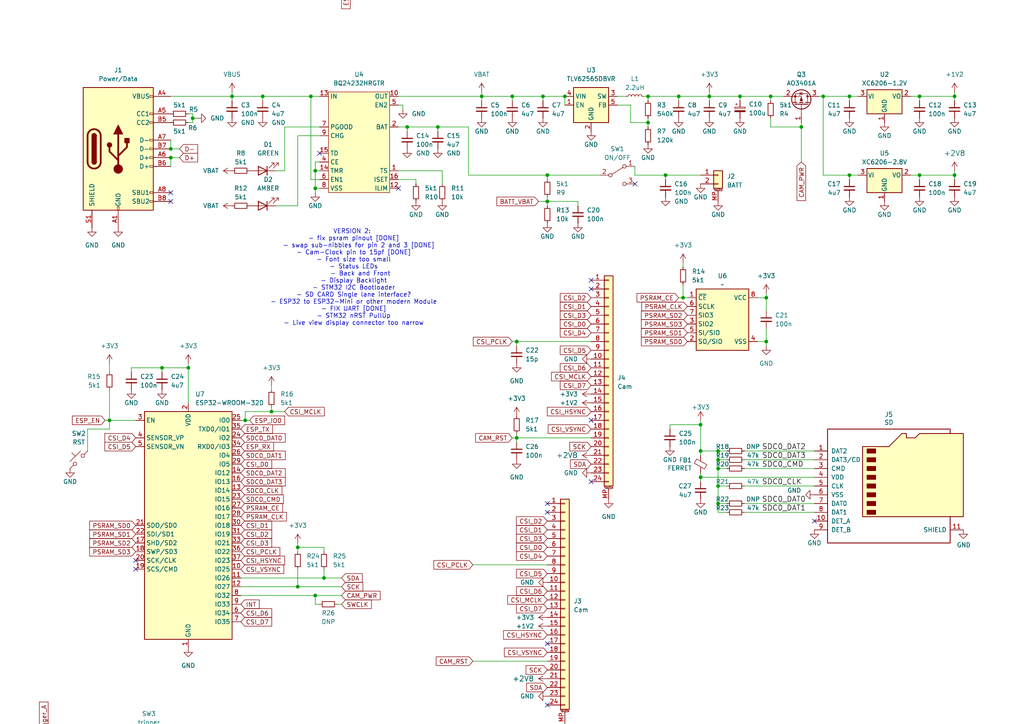
<source format=kicad_sch>
(kicad_sch (version 20231120) (generator "eeschema") (generator_version "8.0")
  (paper "A4")
  (junction (at 31.75 121.92))
  (junction (at 158.75 50.8))
  (junction (at 203.2 130.81))
  (junction (at 12.7 215.9))
  (junction (at 60.96 281.94))
  (junction (at 60.96 322.58))
  (junction (at 85.09 -16.51))
  (junction (at 118.11 36.83))
  (junction (at 77.47 242.57))
  (junction (at 54.61 106.68))
  (junction (at 45.72 -44.45))
  (junction (at -44.45 255.27))
  (junction (at 222.25 86.36))
  (junction (at 77.47 278.13))
  (junction (at 139.7 27.94))
  (junction (at 223.52 27.94))
  (junction (at 58.42 255.27))
  (junction (at 49.53 45.72))
  (junction (at 49.53 43.18))
  (junction (at 246.38 50.8))
  (junction (at 60.96 287.02))
  (junction (at -2.54 236.22))
  (junction (at 46.99 106.68))
  (junction (at 60.96 284.48))
  (junction (at 127 36.83))
  (junction (at 222.25 99.06))
  (junction (at 60.96 248.92))
  (junction (at 149.86 127))
  (junction (at 55.88 -44.45))
  (junction (at 158.75 58.42))
  (junction (at 78.74 119.38))
  (junction (at 203.2 123.19))
  (junction (at 31.75 229.87))
  (junction (at 93.98 167.64))
  (junction (at 187.96 35.56))
  (junction (at 196.85 27.94))
  (junction (at 187.96 27.94))
  (junction (at 60.96 320.04))
  (junction (at 86.36 170.18))
  (junction (at 214.63 27.94))
  (junction (at 91.44 49.53))
  (junction (at 163.83 27.94))
  (junction (at 85.09 -21.59))
  (junction (at 77.47 295.91))
  (junction (at 69.85 -44.45))
  (junction (at 91.44 172.72))
  (junction (at 55.88 34.29))
  (junction (at 76.2 27.94))
  (junction (at 60.96 246.38))
  (junction (at 77.47 269.24))
  (junction (at 266.7 27.94))
  (junction (at 193.04 50.8))
  (junction (at 157.48 27.94))
  (junction (at -10.16 236.22))
  (junction (at 205.74 27.94))
  (junction (at 77.47 224.79))
  (junction (at 77.47 233.68))
  (junction (at 232.41 36.83))
  (junction (at 91.44 54.61))
  (junction (at 208.28 146.05))
  (junction (at 60.96 270.51))
  (junction (at 276.86 27.94))
  (junction (at 148.59 27.94))
  (junction (at 198.12 86.36))
  (junction (at 208.28 135.89))
  (junction (at 49.53 227.33))
  (junction (at 71.12 121.92))
  (junction (at 90.17 27.94))
  (junction (at 238.76 27.94))
  (junction (at 60.96 317.5))
  (junction (at 246.38 27.94))
  (junction (at 276.86 50.8))
  (junction (at 266.7 50.8))
  (junction (at 208.28 140.97))
  (junction (at 77.47 260.35))
  (junction (at 203.2 138.43))
  (junction (at 77.47 304.8))
  (junction (at 58.42 270.51))
  (junction (at 86.36 158.75))
  (junction (at 208.28 133.35))
  (junction (at 149.86 99.06))
  (junction (at 208.28 130.81))
  (junction (at 77.47 313.69))
  (junction (at 67.31 27.94))
  (no_connect (at 83.82 226.06))
  (no_connect (at 39.37 165.1))
  (no_connect (at 158.75 186.69))
  (no_connect (at 62.23 -17.78))
  (no_connect (at 91.44 226.06))
  (no_connect (at 171.45 121.92))
  (no_connect (at 171.45 139.7))
  (no_connect (at 82.55 -30.48))
  (no_connect (at 82.55 -22.86))
  (no_connect (at 49.53 55.88))
  (no_connect (at 86.36 226.06))
  (no_connect (at 88.9 226.06))
  (no_connect (at 184.15 53.34))
  (no_connect (at 20.32 321.31))
  (no_connect (at 49.53 58.42))
  (no_connect (at 62.23 -35.56))
  (no_connect (at 115.57 54.61))
  (no_connect (at 81.28 241.3))
  (no_connect (at 158.75 146.05))
  (no_connect (at 82.55 -27.94))
  (no_connect (at 92.71 44.45))
  (no_connect (at 158.75 148.59))
  (no_connect (at 39.37 162.56))
  (no_connect (at 171.45 81.28))
  (no_connect (at 82.55 -25.4))
  (no_connect (at 158.75 204.47))
  (no_connect (at 62.23 -22.86))
  (no_connect (at 236.22 151.13))
  (no_connect (at 48.26 218.44))
  (no_connect (at 48.26 232.41))
  (no_connect (at 171.45 83.82))
  (wire (pts (xy 157.48 27.94) (xy 148.59 27.94)))
  (wire (pts (xy 76.2 313.69) (xy 77.47 313.69)))
  (wire (pts (xy 222.25 86.36) (xy 222.25 90.17)))
  (wire (pts (xy 93.98 167.64) (xy 69.85 167.64)))
  (wire (pts (xy 115.57 49.53) (xy 128.27 49.53)))
  (wire (pts (xy 49.53 40.64) (xy 49.53 43.18)))
  (wire (pts (xy 167.64 59.69) (xy 167.64 58.42)))
  (wire (pts (xy 76.2 242.57) (xy 77.47 242.57)))
  (wire (pts (xy 246.38 50.8) (xy 246.38 52.07)))
  (wire (pts (xy 198.12 76.2) (xy 198.12 77.47)))
  (wire (pts (xy 276.86 49.53) (xy 276.86 50.8)))
  (wire (pts (xy 49.53 227.33) (xy 48.26 227.33)))
  (wire (pts (xy 276.86 29.21) (xy 276.86 27.94)))
  (wire (pts (xy 67.31 27.94) (xy 67.31 29.21)))
  (wire (pts (xy 208.28 133.35) (xy 208.28 135.89)))
  (wire (pts (xy 69.85 269.24) (xy 71.12 269.24)))
  (wire (pts (xy 208.28 148.59) (xy 210.82 148.59)))
  (wire (pts (xy 71.12 289.56) (xy 88.9 289.56)))
  (wire (pts (xy 55.88 35.56) (xy 54.61 35.56)))
  (wire (pts (xy 55.88 270.51) (xy 58.42 270.51)))
  (wire (pts (xy 97.79 175.26) (xy 99.06 175.26)))
  (wire (pts (xy 149.86 127) (xy 149.86 128.27)))
  (wire (pts (xy 198.12 82.55) (xy 198.12 86.36)))
  (wire (pts (xy 186.69 27.94) (xy 187.96 27.94)))
  (wire (pts (xy 127 36.83) (xy 127 38.1)))
  (wire (pts (xy 184.15 50.8) (xy 193.04 50.8)))
  (wire (pts (xy 77.47 233.68) (xy 77.47 242.57)))
  (wire (pts (xy 116.84 30.48) (xy 115.57 30.48)))
  (wire (pts (xy 85.09 -16.51) (xy 85.09 -17.78)))
  (wire (pts (xy 149.86 99.06) (xy 171.45 99.06)))
  (wire (pts (xy 82.55 36.83) (xy 82.55 49.53)))
  (wire (pts (xy 238.76 27.94) (xy 246.38 27.94)))
  (wire (pts (xy 137.16 163.83) (xy 158.75 163.83)))
  (wire (pts (xy 232.41 36.83) (xy 232.41 35.56)))
  (wire (pts (xy 60.96 325.12) (xy 60.96 322.58)))
  (wire (pts (xy 92.71 175.26) (xy 91.44 175.26)))
  (wire (pts (xy 194.31 123.19) (xy 203.2 123.19)))
  (wire (pts (xy 137.16 191.77) (xy 158.75 191.77)))
  (wire (pts (xy 77.47 278.13) (xy 91.44 278.13)))
  (wire (pts (xy 215.9 133.35) (xy 236.22 133.35)))
  (wire (pts (xy -2.54 236.22) (xy -2.54 247.65)))
  (wire (pts (xy 60.96 317.5) (xy 60.96 320.04)))
  (wire (pts (xy 66.04 257.81) (xy 60.96 257.81)))
  (wire (pts (xy 208.28 146.05) (xy 210.82 146.05)))
  (wire (pts (xy 208.28 146.05) (xy 208.28 148.59)))
  (wire (pts (xy 223.52 27.94) (xy 227.33 27.94)))
  (wire (pts (xy 86.36 59.69) (xy 80.01 59.69)))
  (wire (pts (xy 69.85 242.57) (xy 71.12 242.57)))
  (wire (pts (xy 78.74 118.11) (xy 78.74 119.38)))
  (wire (pts (xy 31.75 105.41) (xy 31.75 107.95)))
  (wire (pts (xy 60.96 317.5) (xy 81.28 317.5)))
  (wire (pts (xy 77.47 224.79) (xy 77.47 233.68)))
  (wire (pts (xy 208.28 130.81) (xy 208.28 133.35)))
  (wire (pts (xy 99.06 172.72) (xy 91.44 172.72)))
  (wire (pts (xy 266.7 50.8) (xy 266.7 52.07)))
  (wire (pts (xy 163.83 30.48) (xy 163.83 27.94)))
  (wire (pts (xy 77.47 295.91) (xy 77.47 304.8)))
  (wire (pts (xy 223.52 36.83) (xy 232.41 36.83)))
  (wire (pts (xy 81.28 297.18) (xy 81.28 295.91)))
  (wire (pts (xy 205.74 26.67) (xy 205.74 27.94)))
  (wire (pts (xy 266.7 50.8) (xy 276.86 50.8)))
  (wire (pts (xy 246.38 50.8) (xy 238.76 50.8)))
  (wire (pts (xy 182.88 30.48) (xy 182.88 35.56)))
  (wire (pts (xy 29.21 229.87) (xy 31.75 229.87)))
  (wire (pts (xy 71.12 293.37) (xy 91.44 293.37)))
  (wire (pts (xy 208.28 135.89) (xy 208.28 140.97)))
  (wire (pts (xy 60.96 281.94) (xy 60.96 284.48)))
  (wire (pts (xy 60.96 270.51) (xy 60.96 281.94)))
  (wire (pts (xy 60.96 320.04) (xy 60.96 322.58)))
  (wire (pts (xy 60.96 246.38) (xy 83.82 246.38)))
  (wire (pts (xy 72.39 -44.45) (xy 72.39 -43.18)))
  (wire (pts (xy 81.28 312.42) (xy 81.28 317.5)))
  (wire (pts (xy 193.04 50.8) (xy 203.2 50.8)))
  (wire (pts (xy 205.74 27.94) (xy 205.74 29.21)))
  (wire (pts (xy 91.44 278.13) (xy 91.44 276.86)))
  (wire (pts (xy 55.88 -44.45) (xy 55.88 -43.18)))
  (wire (pts (xy 82.55 49.53) (xy 80.01 49.53)))
  (wire (pts (xy 82.55 36.83) (xy 92.71 36.83)))
  (wire (pts (xy 91.44 313.69) (xy 91.44 312.42)))
  (wire (pts (xy 203.2 138.43) (xy 236.22 138.43)))
  (wire (pts (xy 118.11 36.83) (xy 127 36.83)))
  (wire (pts (xy 69.85 313.69) (xy 71.12 313.69)))
  (wire (pts (xy -2.54 234.95) (xy -2.54 236.22)))
  (wire (pts (xy 184.15 48.26) (xy 184.15 50.8)))
  (wire (pts (xy 208.28 140.97) (xy 210.82 140.97)))
  (wire (pts (xy 238.76 50.8) (xy 238.76 27.94)))
  (wire (pts (xy 58.42 255.27) (xy 91.44 255.27)))
  (wire (pts (xy 210.82 133.35) (xy 208.28 133.35)))
  (wire (pts (xy 46.99 106.68) (xy 46.99 107.95)))
  (wire (pts (xy 222.25 99.06) (xy 219.71 99.06)))
  (wire (pts (xy 60.96 287.02) (xy 66.04 287.02)))
  (wire (pts (xy 76.2 260.35) (xy 77.47 260.35)))
  (wire (pts (xy 86.36 -25.4) (xy 85.09 -25.4)))
  (wire (pts (xy 91.44 172.72) (xy 69.85 172.72)))
  (wire (pts (xy 203.2 138.43) (xy 203.2 139.7)))
  (wire (pts (xy 88.9 257.81) (xy 88.9 261.62)))
  (wire (pts (xy 100.33 -17.78) (xy 92.71 -21.59)))
  (wire (pts (xy 60.96 284.48) (xy 66.04 284.48)))
  (wire (pts (xy 25.4 124.46) (xy 25.4 130.81)))
  (wire (pts (xy 127 36.83) (xy 135.89 36.83)))
  (wire (pts (xy 264.16 50.8) (xy 266.7 50.8)))
  (wire (pts (xy 60.96 293.37) (xy 60.96 317.5)))
  (wire (pts (xy 222.25 99.06) (xy 222.25 100.33)))
  (wire (pts (xy 115.57 27.94) (xy 139.7 27.94)))
  (wire (pts (xy 55.88 264.16) (xy 55.88 270.51)))
  (wire (pts (xy 69.85 -44.45) (xy 69.85 -43.18)))
  (wire (pts (xy 187.96 34.29) (xy 187.96 35.56)))
  (wire (pts (xy 214.63 27.94) (xy 214.63 29.21)))
  (wire (pts (xy 69.85 278.13) (xy 71.12 278.13)))
  (wire (pts (xy 193.04 50.8) (xy 193.04 52.07)))
  (wire (pts (xy 77.47 260.35) (xy 77.47 269.24)))
  (wire (pts (xy 55.88 -44.45) (xy 69.85 -44.45)))
  (wire (pts (xy 77.47 313.69) (xy 91.44 313.69)))
  (wire (pts (xy 93.98 165.1) (xy 93.98 167.64)))
  (wire (pts (xy 55.88 34.29) (xy 55.88 35.56)))
  (wire (pts (xy 148.59 27.94) (xy 148.59 29.21)))
  (wire (pts (xy 139.7 27.94) (xy 139.7 29.21)))
  (wire (pts (xy 93.98 158.75) (xy 93.98 160.02)))
  (wire (pts (xy 38.1 106.68) (xy 38.1 107.95)))
  (wire (pts (xy 45.72 -44.45) (xy 45.72 -43.18)))
  (wire (pts (xy 76.2 233.68) (xy 77.47 233.68)))
  (wire (pts (xy 76.2 269.24) (xy 77.47 269.24)))
  (wire (pts (xy 179.07 30.48) (xy 182.88 30.48)))
  (wire (pts (xy 83.82 241.3) (xy 83.82 246.38)))
  (wire (pts (xy 203.2 130.81) (xy 203.2 132.08)))
  (wire (pts (xy 196.85 27.94) (xy 205.74 27.94)))
  (wire (pts (xy 276.86 27.94) (xy 266.7 27.94)))
  (wire (pts (xy 71.12 325.12) (xy 88.9 325.12)))
  (wire (pts (xy 86.36 165.1) (xy 86.36 170.18)))
  (wire (pts (xy 148.59 127) (xy 149.86 127)))
  (wire (pts (xy 220.98 274.32) (xy 224.79 274.32)))
  (wire (pts (xy 222.25 86.36) (xy 219.71 86.36)))
  (wire (pts (xy -44.45 254) (xy -44.45 255.27)))
  (wire (pts (xy 203.2 123.19) (xy 203.2 121.92)))
  (wire (pts (xy 88.9 241.3) (xy 88.9 251.46)))
  (wire (pts (xy 223.52 34.29) (xy 223.52 36.83)))
  (wire (pts (xy 203.2 137.16) (xy 203.2 138.43)))
  (wire (pts (xy 85.09 -25.4) (xy 85.09 -21.59)))
  (wire (pts (xy -10.16 236.22) (xy -19.05 236.22)))
  (wire (pts (xy 77.47 269.24) (xy 77.47 278.13)))
  (wire (pts (xy -19.05 236.22) (xy -19.05 237.49)))
  (wire (pts (xy 76.2 27.94) (xy 76.2 29.21)))
  (wire (pts (xy 54.61 33.02) (xy 55.88 33.02)))
  (wire (pts (xy 60.96 289.56) (xy 60.96 287.02)))
  (wire (pts (xy 86.36 157.48) (xy 86.36 158.75)))
  (wire (pts (xy 115.57 36.83) (xy 118.11 36.83)))
  (wire (pts (xy 266.7 27.94) (xy 266.7 29.21)))
  (wire (pts (xy 45.72 -45.72) (xy 45.72 -44.45)))
  (wire (pts (xy 71.12 257.81) (xy 88.9 257.81)))
  (wire (pts (xy 120.65 53.34) (xy 120.65 52.07)))
  (wire (pts (xy 76.2 27.94) (xy 90.17 27.94)))
  (wire (pts (xy 60.96 284.48) (xy 60.96 287.02)))
  (wire (pts (xy 223.52 27.94) (xy 223.52 29.21)))
  (wire (pts (xy 92.71 52.07) (xy 90.17 52.07)))
  (wire (pts (xy 46.99 106.68) (xy 38.1 106.68)))
  (wire (pts (xy 86.36 39.37) (xy 86.36 59.69)))
  (wire (pts (xy 66.04 293.37) (xy 60.96 293.37)))
  (wire (pts (xy 77.47 242.57) (xy 91.44 242.57)))
  (wire (pts (xy 187.96 27.94) (xy 187.96 29.21)))
  (wire (pts (xy 10.16 215.9) (xy 12.7 215.9)))
  (wire (pts (xy 91.44 175.26) (xy 91.44 172.72)))
  (wire (pts (xy 31.75 229.87) (xy 38.1 229.87)))
  (wire (pts (xy 31.75 121.92) (xy 31.75 124.46)))
  (wire (pts (xy 215.9 146.05) (xy 236.22 146.05)))
  (wire (pts (xy 59.69 281.94) (xy 60.96 281.94)))
  (wire (pts (xy 91.44 49.53) (xy 91.44 54.61)))
  (wire (pts (xy 135.89 50.8) (xy 158.75 50.8)))
  (wire (pts (xy 67.31 27.94) (xy 76.2 27.94)))
  (wire (pts (xy 86.36 241.3) (xy 86.36 248.92)))
  (wire (pts (xy 81.28 295.91) (xy 77.47 295.91)))
  (wire (pts (xy 118.11 36.83) (xy 118.11 38.1)))
  (wire (pts (xy 30.48 121.92) (xy 31.75 121.92)))
  (wire (pts (xy 82.55 -17.78) (xy 85.09 -17.78)))
  (wire (pts (xy 88.9 251.46) (xy 71.12 251.46)))
  (wire (pts (xy 156.21 58.42) (xy 158.75 58.42)))
  (wire (pts (xy 55.88 34.29) (xy 57.15 34.29)))
  (wire (pts (xy 139.7 26.67) (xy 139.7 27.94)))
  (wire (pts (xy 77.47 304.8) (xy 77.47 313.69)))
  (wire (pts (xy 91.44 261.62) (xy 91.44 255.27)))
  (wire (pts (xy 55.88 255.27) (xy 58.42 255.27)))
  (wire (pts (xy 31.75 121.92) (xy 39.37 121.92)))
  (wire (pts (xy 60.96 248.92) (xy 60.96 251.46)))
  (wire (pts (xy 266.7 27.94) (xy 264.16 27.94)))
  (wire (pts (xy 208.28 130.81) (xy 210.82 130.81)))
  (wire (pts (xy 78.74 111.76) (xy 78.74 113.03)))
  (wire (pts (xy 222.25 85.09) (xy 222.25 86.36)))
  (wire (pts (xy 276.86 26.67) (xy 276.86 27.94)))
  (wire (pts (xy -44.45 255.27) (xy -44.45 256.54)))
  (wire (pts (xy 158.75 52.07) (xy 158.75 50.8)))
  (wire (pts (xy 203.2 130.81) (xy 203.2 123.19)))
  (wire (pts (xy 187.96 35.56) (xy 187.96 36.83)))
  (wire (pts (xy 85.09 -12.7) (xy 86.36 -12.7)))
  (wire (pts (xy 45.72 -44.45) (xy 55.88 -44.45)))
  (wire (pts (xy 248.92 50.8) (xy 246.38 50.8)))
  (wire (pts (xy 86.36 312.42) (xy 86.36 322.58)))
  (wire (pts (xy 82.55 119.38) (xy 78.74 119.38)))
  (wire (pts (xy 86.36 276.86) (xy 86.36 287.02)))
  (wire (pts (xy 83.82 276.86) (xy 83.82 284.48)))
  (wire (pts (xy 99.06 167.64) (xy 93.98 167.64)))
  (wire (pts (xy 12.7 214.63) (xy 12.7 215.9)))
  (wire (pts (xy 49.53 27.94) (xy 67.31 27.94)))
  (wire (pts (xy 81.28 226.06) (xy 81.28 224.79)))
  (wire (pts (xy 81.28 261.62) (xy 81.28 260.35)))
  (wire (pts (xy 49.53 45.72) (xy 49.53 48.26)))
  (wire (pts (xy 31.75 228.6) (xy 31.75 229.87)))
  (wire (pts (xy 76.2 278.13) (xy 77.47 278.13)))
  (wire (pts (xy 215.9 148.59) (xy 236.22 148.59)))
  (wire (pts (xy 60.96 257.81) (xy 60.96 270.51)))
  (wire (pts (xy 71.12 322.58) (xy 86.36 322.58)))
  (wire (pts (xy 49.53 45.72) (xy 52.07 45.72)))
  (wire (pts (xy 149.86 127) (xy 171.45 127)))
  (wire (pts (xy 196.85 27.94) (xy 196.85 29.21)))
  (wire (pts (xy 83.82 312.42) (xy 83.82 320.04)))
  (wire (pts (xy 85.09 -12.7) (xy 85.09 -16.51)))
  (wire (pts (xy 120.65 52.07) (xy 115.57 52.07)))
  (wire (pts (xy 60.96 322.58) (xy 66.04 322.58)))
  (wire (pts (xy 58.42 264.16) (xy 58.42 270.51)))
  (wire (pts (xy 158.75 50.8) (xy 173.99 50.8)))
  (wire (pts (xy 54.61 105.41) (xy 54.61 106.68)))
  (wire (pts (xy 71.12 284.48) (xy 83.82 284.48)))
  (wire (pts (xy 85.09 -21.59) (xy 92.71 -21.59)))
  (wire (pts (xy 76.2 295.91) (xy 77.47 295.91)))
  (wire (pts (xy 208.28 130.81) (xy 203.2 130.81)))
  (wire (pts (xy 12.7 215.9) (xy 38.1 215.9)))
  (wire (pts (xy 71.12 320.04) (xy 83.82 320.04)))
  (wire (pts (xy 81.28 276.86) (xy 81.28 281.94)))
  (wire (pts (xy 232.41 36.83) (xy 232.41 46.99)))
  (wire (pts (xy 205.74 27.94) (xy 214.63 27.94)))
  (wire (pts (xy 54.61 116.84) (xy 54.61 106.68)))
  (wire (pts (xy 158.75 58.42) (xy 158.75 57.15)))
  (wire (pts (xy 100.33 -20.32) (xy 92.71 -16.51)))
  (wire (pts (xy 276.86 50.8) (xy 276.86 52.07)))
  (wire (pts (xy 92.71 49.53) (xy 91.44 49.53)))
  (wire (pts (xy 85.09 -16.51) (xy 92.71 -16.51)))
  (wire (pts (xy 54.61 106.68) (xy 46.99 106.68)))
  (wire (pts (xy 148.59 99.06) (xy 149.86 99.06)))
  (wire (pts (xy 49.53 227.33) (xy 49.53 234.95)))
  (wire (pts (xy 49.53 43.18) (xy 52.07 43.18)))
  (wire (pts (xy 31.75 113.03) (xy 31.75 121.92)))
  (wire (pts (xy 76.2 304.8) (xy 77.47 304.8)))
  (wire (pts (xy 71.12 287.02) (xy 86.36 287.02)))
  (wire (pts (xy 91.44 297.18) (xy 91.44 293.37)))
  (wire (pts (xy 214.63 27.94) (xy 223.52 27.94)))
  (wire (pts (xy 85.09 -20.32) (xy 82.55 -20.32)))
  (wire (pts (xy 99.06 170.18) (xy 86.36 170.18)))
  (wire (pts (xy 167.64 58.42) (xy 158.75 58.42)))
  (wire (pts (xy 48.26 213.36) (xy 49.53 213.36)))
  (wire (pts (xy 60.96 320.04) (xy 66.04 320.04)))
  (wire (pts (xy 91.44 46.99) (xy 91.44 49.53)))
  (wire (pts (xy 67.31 26.67) (xy 67.31 27.94)))
  (wire (pts (xy 71.12 119.38) (xy 71.12 121.92)))
  (wire (pts (xy 86.36 158.75) (xy 93.98 158.75)))
  (wire (pts (xy 198.12 86.36) (xy 199.39 86.36)))
  (wire (pts (xy 149.86 125.73) (xy 149.86 127)))
  (wire (pts (xy 86.36 39.37) (xy 92.71 39.37)))
  (wire (pts (xy 58.42 255.27) (xy 58.42 259.08)))
  (wire (pts (xy 31.75 124.46) (xy 25.4 124.46)))
  (wire (pts (xy 196.85 86.36) (xy 198.12 86.36)))
  (wire (pts (xy 91.44 242.57) (xy 91.44 241.3)))
  (wire (pts (xy 60.96 248.92) (xy 66.04 248.92)))
  (wire (pts (xy 55.88 33.02) (xy 55.88 34.29)))
  (wire (pts (xy 31.75 238.76) (xy 31.75 237.49)))
  (wire (pts (xy 88.9 312.42) (xy 88.9 325.12)))
  (wire (pts (xy 12.7 224.79) (xy 12.7 223.52)))
  (wire (pts (xy 78.74 119.38) (xy 71.12 119.38)))
  (wire (pts (xy 222.25 95.25) (xy 222.25 99.06)))
  (wire (pts (xy 246.38 27.94) (xy 248.92 27.94)))
  (wire (pts (xy 55.88 255.27) (xy 55.88 259.08)))
  (wire (pts (xy 72.39 121.92) (xy 71.12 121.92)))
  (wire (pts (xy 71.12 248.92) (xy 86.36 248.92)))
  (wire (pts (xy 85.09 -21.59) (xy 85.09 -20.32)))
  (wire (pts (xy 90.17 27.94) (xy 92.71 27.94)))
  (wire (pts (xy 246.38 27.94) (xy 246.38 29.21)))
  (wire (pts (xy -44.45 255.27) (xy -27.94 255.27)))
  (wire (pts (xy 60.96 281.94) (xy 81.28 281.94)))
  (wire (pts (xy 210.82 135.89) (xy 208.28 135.89)))
  (wire (pts (xy 69.85 233.68) (xy 71.12 233.68)))
  (wire (pts (xy 60.96 246.38) (xy 60.96 248.92)))
  (wire (pts (xy 59.69 317.5) (xy 60.96 317.5)))
  (wire (pts (xy 128.27 49.53) (xy 128.27 53.34)))
  (wire (pts (xy 182.88 35.56) (xy 187.96 35.56)))
  (wire (pts (xy 158.75 59.69) (xy 158.75 58.42)))
  (wire (pts (xy 229.87 260.35) (xy 242.57 260.35)))
  (wire (pts (xy 149.86 99.06) (xy 149.86 100.33)))
  (wire (pts (xy 139.7 27.94) (xy 148.59 27.94)))
  (wire (pts (xy 60.96 251.46) (xy 66.04 251.46)))
  (wire (pts (xy 76.2 224.79) (xy 77.47 224.79)))
  (wire (pts (xy 194.31 124.46) (xy 194.31 123.19)))
  (wire (pts (xy 116.84 31.75) (xy 116.84 30.48)))
  (wire (pts (xy 66.04 289.56) (xy 60.96 289.56)))
  (wire (pts (xy 31.75 229.87) (xy 31.75 232.41)))
  (wire (pts (xy 69.85 -44.45) (xy 72.39 -44.45)))
  (wire (pts (xy 91.44 54.61) (xy 92.71 54.61)))
  (wire (pts (xy 71.12 121.92) (xy 69.85 121.92)))
  (wire (pts (xy 91.44 46.99) (xy 92.71 46.99)))
  (wire (pts (xy 69.85 304.8) (xy 71.12 304.8)))
  (wire (pts (xy 208.28 140.97) (xy 208.28 146.05)))
  (wire (pts (xy 237.49 27.94) (xy 238.76 27.94)))
  (wire (pts (xy 215.9 135.89) (xy 236.22 135.89)))
  (wire (pts (xy 81.28 260.35) (xy 77.47 260.35)))
  (wire (pts (xy 88.9 276.86) (xy 88.9 289.56)))
  (wire (pts (xy 12.7 215.9) (xy 12.7 218.44)))
  (wire (pts (xy 215.9 130.81) (xy 236.22 130.81)))
  (wire (pts (xy 66.04 325.12) (xy 60.96 325.12)))
  (wire (pts (xy -10.16 236.22) (xy -10.16 237.49)))
  (wire (pts (xy 157.48 27.94) (xy 157.48 29.21)))
  (wire (pts (xy 135.89 50.8) (xy 135.89 36.83)))
  (wire (pts (xy 181.61 27.94) (xy 179.07 27.94)))
  (wire (pts (xy 81.28 224.79) (xy 77.47 224.79)))
  (wire (pts (xy 187.96 27.94) (xy 196.85 27.94)))
  (wire (pts (xy 215.9 140.97) (xy 236.22 140.97)))
  (wire (pts (xy -2.54 236.22) (xy -10.16 236.22)))
  (wire (pts (xy 91.44 -12.7) (xy 92.71 -12.7)))
  (wire (pts (xy 59.69 246.38) (xy 60.96 246.38)))
  (wire (pts (xy 49.53 213.36) (xy 49.53 227.33)))
  (wire (pts (xy 229.87 274.32) (xy 242.57 274.32)))
  (wire (pts (xy 220.98 260.35) (xy 224.79 260.35)))
  (wire (pts (xy 86.36 170.18) (xy 69.85 170.18)))
  (wire (pts (xy 157.48 27.94) (xy 163.83 27.94)))
  (wire (pts (xy 86.36 160.02) (xy 86.36 158.75)))
  (wire (pts (xy 90.17 52.07) (xy 90.17 27.94)))
  (wire (pts (xy 91.44 55.88) (xy 91.44 54.61)))
  (wire (pts (xy 91.44 -25.4) (xy 92.71 -25.4)))
  (wire (pts (xy 58.42 270.51) (xy 60.96 270.51)))
  (text "VERSION 2:\n - fix psram pinout [DONE]\n    - swap sub-nibbles for pin 2 and 3 [DONE]\n - Cam-Clock pin to 15pf [DONE]\n - Font size too small\n - Status LEDs\n	- Back and Front\n - Display Backlight\n - STM32 I2C Bootloader\n - SD CARD Single lane interface?\n - ESP32 to ESP32-Mini or other modern Module\n - FIX UART [DONE]\n - STM32 nRST PullUp\n - Live view display connector too narrow" (at 102.108 80.518 0) (effects (font (size 1.27 1.27))))
  (label "SDC0_DAT1" (at 220.98 148.59 0) (effects (font (size 1.524 1.524))))
  (label "SDC0_CMD" (at 220.98 135.89 0) (effects (font (size 1.524 1.524))))
  (label "SDC0_DAT3" (at 220.98 133.35 0) (effects (font (size 1.524 1.524))))
  (label "SDC0_CLK" (at 220.98 140.97 0) (effects (font (size 1.524 1.524))))
  (label "SDC0_DAT2" (at 220.98 130.81 0) (effects (font (size 1.524 1.524))))
  (label "SDC0_DAT0" (at 220.98 146.05 0) (effects (font (size 1.524 1.524))))
  (global_label "CSI_MCLK" (shape input) (at 82.55 119.38 0) (property "Intersheetrefs" "${INTERSHEET_REFS}" (effects (hide yes))))
  (global_label "PSRAM_SD3" (shape input) (at 39.37 160.02 180) (property "Intersheetrefs" "${INTERSHEET_REFS}" (effects (hide yes))))
  (global_label "SDC0_CLK" (shape input) (at 242.57 289.56 180) (property "Intersheetrefs" "${INTERSHEET_REFS}" (effects (hide yes))))
  (global_label "CSI_D5" (shape input) (at 171.45 101.6 180) (property "Intersheetrefs" "${INTERSHEET_REFS}" (effects (hide yes))))
  (global_label "SCK" (shape input) (at 171.45 129.54 180) (property "Intersheetrefs" "${INTERSHEET_REFS}" (effects (hide yes))))
  (global_label "DISPLAY_2_CS" (shape input) (at 22.86 273.05 0) (property "Intersheetrefs" "${INTERSHEET_REFS}" (effects (hide yes))))
  (global_label "NRST" (shape input) (at -2.54 318.77 180) (property "Intersheetrefs" "${INTERSHEET_REFS}" (effects (hide yes))))
  (global_label "Exposure" (shape input) (at 76.2 295.91 180) (property "Intersheetrefs" "${INTERSHEET_REFS}" (effects (hide yes))))
  (global_label "CSI_D7" (shape input) (at 69.85 180.34 0) (property "Intersheetrefs" "${INTERSHEET_REFS}" (effects (hide yes))))
  (global_label "SDC0_CLK" (shape input) (at 242.57 245.11 180) (property "Intersheetrefs" "${INTERSHEET_REFS}" (effects (hide yes))))
  (global_label "CSI_HSYNC" (shape input) (at 69.85 162.56 0) (property "Intersheetrefs" "${INTERSHEET_REFS}" (effects (hide yes))))
  (global_label "SDC0_CLK" (shape input) (at 69.85 142.24 0) (property "Intersheetrefs" "${INTERSHEET_REFS}" (effects (hide yes))))
  (global_label "CSI_D2" (shape input) (at 69.85 154.94 0) (property "Intersheetrefs" "${INTERSHEET_REFS}" (effects (hide yes))))
  (global_label "DISPLAY_1_CS" (shape input) (at 22.86 270.51 0) (property "Intersheetrefs" "${INTERSHEET_REFS}" (effects (hide yes))))
  (global_label "SCK" (shape input) (at 158.75 194.31 180) (property "Intersheetrefs" "${INTERSHEET_REFS}" (effects (hide yes))))
  (global_label "CSI_D4" (shape input) (at 39.37 127 180) (property "Intersheetrefs" "${INTERSHEET_REFS}" (effects (hide yes))))
  (global_label "DISPLAY_1_CS" (shape input) (at 242.57 252.73 180) (property "Intersheetrefs" "${INTERSHEET_REFS}" (effects (hide yes))))
  (global_label "CAM_PWR" (shape input) (at 232.41 46.99 270) (property "Intersheetrefs" "${INTERSHEET_REFS}" (effects (hide yes))))
  (global_label "PSRAM_CLK" (shape input) (at 69.85 149.86 0) (property "Intersheetrefs" "${INTERSHEET_REFS}" (effects (hide yes))))
  (global_label "CAM_PWR" (shape input) (at 99.06 172.72 0) (property "Intersheetrefs" "${INTERSHEET_REFS}" (effects (hide yes))))
  (global_label "CSI_D6" (shape input) (at 69.85 177.8 0) (property "Intersheetrefs" "${INTERSHEET_REFS}" (effects (hide yes))))
  (global_label "SDC0_DAT3" (shape input) (at 69.85 139.7 0) (property "Intersheetrefs" "${INTERSHEET_REFS}" (effects (hide yes))))
  (global_label "PSRAM_CE" (shape input) (at 196.85 86.36 180) (property "Intersheetrefs" "${INTERSHEET_REFS}" (effects (hide yes))))
  (global_label "CSI_D0" (shape input) (at 171.45 93.98 180) (property "Intersheetrefs" "${INTERSHEET_REFS}" (effects (hide yes))))
  (global_label "D-" (shape input) (at 62.23 -27.94 180) (property "Intersheetrefs" "${INTERSHEET_REFS}" (effects (hide yes))))
  (global_label "Trigger_B" (shape input) (at 22.86 267.97 0) (property "Intersheetrefs" "${INTERSHEET_REFS}" (effects (hide yes))))
  (global_label "NRST" (shape input) (at -44.45 254 90) (property "Intersheetrefs" "${INTERSHEET_REFS}" (effects (hide yes))))
  (global_label "Trigger_A" (shape input) (at 22.86 265.43 0) (property "Intersheetrefs" "${INTERSHEET_REFS}" (effects (hide yes))))
  (global_label "CSI_D3" (shape input) (at 158.75 156.21 180) (property "Intersheetrefs" "${INTERSHEET_REFS}" (effects (hide yes))))
  (global_label "SWDIO" (shape input) (at 22.86 283.21 0) (property "Intersheetrefs" "${INTERSHEET_REFS}" (effects (hide yes))))
  (global_label "CSI_D4" (shape input) (at 158.75 161.29 180) (property "Intersheetrefs" "${INTERSHEET_REFS}" (effects (hide yes))))
  (global_label "ESP_TX" (shape input) (at 69.85 124.46 0) (property "Intersheetrefs" "${INTERSHEET_REFS}" (effects (hide yes))))
  (global_label "CAM_RST" (shape input) (at 148.59 127 180) (property "Intersheetrefs" "${INTERSHEET_REFS}" (effects (hide yes))))
  (global_label "CAM_RST" (shape input) (at 137.16 191.77 180) (property "Intersheetrefs" "${INTERSHEET_REFS}" (effects (hide yes))))
  (global_label "CSI_D3" (shape input) (at 69.85 157.48 0) (property "Intersheetrefs" "${INTERSHEET_REFS}" (effects (hide yes))))
  (global_label "PSRAM_CE" (shape input) (at 69.85 147.32 0) (property "Intersheetrefs" "${INTERSHEET_REFS}" (effects (hide yes))))
  (global_label "ESP_EN" (shape input) (at 30.48 121.92 180) (property "Intersheetrefs" "${INTERSHEET_REFS}" (effects (hide yes))))
  (global_label "Trigger_A" (shape input) (at 12.7 214.63 90) (property "Intersheetrefs" "${INTERSHEET_REFS}" (effects (hide yes))))
  (global_label "SDC0_DAT0" (shape input) (at 242.57 242.57 180) (property "Intersheetrefs" "${INTERSHEET_REFS}" (effects (hide yes))))
  (global_label "D-" (shape input) (at 52.07 43.18 0) (property "Intersheetrefs" "${INTERSHEET_REFS}" (effects (hide yes))))
  (global_label "SDC0_DAT0" (shape input) (at 242.57 292.1 180) (property "Intersheetrefs" "${INTERSHEET_REFS}" (effects (hide yes))))
  (global_label "CSI_D1" (shape input) (at 69.85 152.4 0) (property "Intersheetrefs" "${INTERSHEET_REFS}" (effects (hide yes))))
  (global_label "SWCLK" (shape input) (at 22.86 285.75 0) (property "Intersheetrefs" "${INTERSHEET_REFS}" (effects (hide yes))))
  (global_label "SDC0_CMD" (shape input) (at 242.57 247.65 180) (property "Intersheetrefs" "${INTERSHEET_REFS}" (effects (hide yes))))
  (global_label "DISPLAY_RST" (shape input) (at 22.86 275.59 0) (property "Intersheetrefs" "${INTERSHEET_REFS}" (effects (hide yes))))
  (global_label "DISPLAY_2_CS" (shape input) (at 242.57 287.02 180) (property "Intersheetrefs" "${INTERSHEET_REFS}" (effects (hide yes))))
  (global_label "CSI_D4" (shape input) (at 171.45 96.52 180) (property "Intersheetrefs" "${INTERSHEET_REFS}" (effects (hide yes))))
  (global_label "PSRAM_SD2" (shape input) (at 39.37 157.48 180) (property "Intersheetrefs" "${INTERSHEET_REFS}" (effects (hide yes))))
  (global_label "BATT_VBAT" (shape input) (at 22.86 255.27 0) (property "Intersheetrefs" "${INTERSHEET_REFS}" (effects (hide yes))))
  (global_label "CSI_MCLK" (shape input) (at 171.45 109.22 180) (property "Intersheetrefs" "${INTERSHEET_REFS}" (effects (hide yes))))
  (global_label "ESP_RX" (shape input) (at 82.55 -38.1 0) (property "Intersheetrefs" "${INTERSHEET_REFS}" (effects (hide yes))))
  (global_label "Dither" (shape input) (at 22.86 257.81 0) (property "Intersheetrefs" "${INTERSHEET_REFS}" (effects (hide yes))))
  (global_label "SDC0_DAT1" (shape input) (at 69.85 132.08 0) (property "Intersheetrefs" "${INTERSHEET_REFS}" (effects (hide yes))))
  (global_label "Palette" (shape input) (at 22.86 260.35 0) (property "Intersheetrefs" "${INTERSHEET_REFS}" (effects (hide yes))))
  (global_label "CSI_D5" (shape input) (at 158.75 166.37 180) (property "Intersheetrefs" "${INTERSHEET_REFS}" (effects (hide yes))))
  (global_label "D+" (shape input) (at 62.23 -30.48 180) (property "Intersheetrefs" "${INTERSHEET_REFS}" (effects (hide yes))))
  (global_label "CSI_D1" (shape input) (at 171.45 88.9 180) (property "Intersheetrefs" "${INTERSHEET_REFS}" (effects (hide yes))))
  (global_label "SDC0_DAT2" (shape input) (at 69.85 137.16 0) (property "Intersheetrefs" "${INTERSHEET_REFS}" (effects (hide yes))))
  (global_label "CSI_D1" (shape input) (at 158.75 153.67 180) (property "Intersheetrefs" "${INTERSHEET_REFS}" (effects (hide yes))))
  (global_label "PSRAM_SD0" (shape input) (at 199.39 99.06 180) (property "Intersheetrefs" "${INTERSHEET_REFS}" (effects (hide yes))))
  (global_label "CSI_D3" (shape input) (at 171.45 91.44 180) (property "Intersheetrefs" "${INTERSHEET_REFS}" (effects (hide yes))))
  (global_label "SWCLK" (shape input) (at 99.06 175.26 0) (property "Intersheetrefs" "${INTERSHEET_REFS}" (effects (hide yes))))
  (global_label "Dither" (shape input) (at 76.2 224.79 180) (property "Intersheetrefs" "${INTERSHEET_REFS}" (effects (hide yes))))
  (global_label "INT" (shape input) (at -27.94 265.43 180) (property "Intersheetrefs" "${INTERSHEET_REFS}" (effects (hide yes))))
  (global_label "PSRAM_SD0" (shape input) (at 39.37 152.4 180) (property "Intersheetrefs" "${INTERSHEET_REFS}" (effects (hide yes))))
  (global_label "CSI_VSYNC" (shape input) (at 171.45 124.46 180) (property "Intersheetrefs" "${INTERSHEET_REFS}" (effects (hide yes))))
  (global_label "SCK" (shape input) (at -27.94 267.97 180) (property "Intersheetrefs" "${INTERSHEET_REFS}" (effects (hide yes))))
  (global_label "Exposure" (shape input) (at 22.86 262.89 0) (property "Intersheetrefs" "${INTERSHEET_REFS}" (effects (hide yes))))
  (global_label "CSI_D2" (shape input) (at 158.75 151.13 180) (property "Intersheetrefs" "${INTERSHEET_REFS}" (effects (hide yes))))
  (global_label "DISPLAY_RST" (shape input) (at 242.57 294.64 180) (property "Intersheetrefs" "${INTERSHEET_REFS}" (effects (hide yes))))
  (global_label "CSI_PCLK" (shape input) (at 137.16 163.83 180) (property "Intersheetrefs" "${INTERSHEET_REFS}" (effects (hide yes))))
  (global_label "CSI_D7" (shape input) (at 158.75 176.53 180) (property "Intersheetrefs" "${INTERSHEET_REFS}" (effects (hide yes))))
  (global_label "SCK" (shape input) (at 99.06 170.18 0) (property "Intersheetrefs" "${INTERSHEET_REFS}" (effects (hide yes))))
  (global_label "SDC0_CMD" (shape input) (at 242.57 284.48 180) (property "Intersheetrefs" "${INTERSHEET_REFS}" (effects (hide yes))))
  (global_label "SDC0_DAT0" (shape input) (at 69.85 127 0) (property "Intersheetrefs" "${INTERSHEET_REFS}" (effects (hide yes))))
  (global_label "SDA" (shape input) (at 171.45 134.62 180) (property "Intersheetrefs" "${INTERSHEET_REFS}" (effects (hide yes))))
  (global_label "PSRAM_CLK" (shape input) (at 199.39 88.9 180) (property "Intersheetrefs" "${INTERSHEET_REFS}" (effects (hide yes))))
  (global_label "D+" (shape input) (at 52.07 45.72 0) (property "Intersheetrefs" "${INTERSHEET_REFS}" (effects (hide yes))))
  (global_label "CSI_VSYNC" (shape input) (at 69.85 165.1 0) (property "Intersheetrefs" "${INTERSHEET_REFS}" (effects (hide yes))))
  (global_label "ESP_IO0" (shape input) (at 72.39 121.92 0) (property "Intersheetrefs" "${INTERSHEET_REFS}" (effects (hide yes))))
  (global_label "PSRAM_SD1" (shape input) (at 39.37 154.94 180) (property "Intersheetrefs" "${INTERSHEET_REFS}" (effects (hide yes))))
  (global_label "ESP_IO0" (shape input) (at 100.33 -7.62 270) (property "Intersheetrefs" "${INTERSHEET_REFS}" (effects (hide yes))))
  (global_label "CSI_D6" (shape input) (at 158.75 171.45 180) (property "Intersheetrefs" "${INTERSHEET_REFS}" (effects (hide yes))))
  (global_label "CSI_D2" (shape input) (at 171.45 86.36 180) (property "Intersheetrefs" "${INTERSHEET_REFS}" (effects (hide yes))))
  (global_label "CSI_HSYNC" (shape input) (at 171.45 119.38 180) (property "Intersheetrefs" "${INTERSHEET_REFS}" (effects (hide yes))))
  (global_label "ESP_EN" (shape input) (at 100.33 -30.48 90) (property "Intersheetrefs" "${INTERSHEET_REFS}" (effects (hide yes))))
  (global_label "SDA" (shape input) (at 99.06 167.64 0) (property "Intersheetrefs" "${INTERSHEET_REFS}" (effects (hide yes))))
  (global_label "CSI_PCLK" (shape input) (at 69.85 160.02 0) (property "Intersheetrefs" "${INTERSHEET_REFS}" (effects (hide yes))))
  (global_label "CSI_D0" (shape input) (at 158.75 158.75 180) (property "Intersheetrefs" "${INTERSHEET_REFS}" (effects (hide yes))))
  (global_label "ESP_RX" (shape input) (at 69.85 129.54 0) (property "Intersheetrefs" "${INTERSHEET_REFS}" (effects (hide yes))))
  (global_label "CSI_VSYNC" (shape input) (at 158.75 189.23 180) (property "Intersheetrefs" "${INTERSHEET_REFS}" (effects (hide yes))))
  (global_label "CSI_PCLK" (shape input) (at 148.59 99.06 180) (property "Intersheetrefs" "${INTERSHEET_REFS}" (effects (hide yes))))
  (global_label "BATT_VBAT" (shape input) (at 156.21 58.42 180) (property "Intersheetrefs" "${INTERSHEET_REFS}" (effects (hide yes))))
  (global_label "CSI_HSYNC" (shape input) (at 158.75 184.15 180) (property "Intersheetrefs" "${INTERSHEET_REFS}" (effects (hide yes))))
  (global_label "CSI_D5" (shape input) (at 39.37 129.54 180) (property "Intersheetrefs" "${INTERSHEET_REFS}" (effects (hide yes))))
  (global_label "PSRAM_SD3" (shape input) (at 199.39 93.98 180) (property "Intersheetrefs" "${INTERSHEET_REFS}" (effects (hide yes))))
  (global_label "INT" (shape input) (at 69.85 175.26 0) (property "Intersheetrefs" "${INTERSHEET_REFS}" (effects (hide yes))))
  (global_label "Trigger_B" (shape input) (at 31.75 228.6 90) (property "Intersheetrefs" "${INTERSHEET_REFS}" (effects (hide yes))))
  (global_label "CSI_MCLK" (shape input) (at 158.75 173.99 180) (property "Intersheetrefs" "${INTERSHEET_REFS}" (effects (hide yes))))
  (global_label "CSI_D0" (shape input) (at 69.85 134.62 0) (property "Intersheetrefs" "${INTERSHEET_REFS}" (effects (hide yes))))
  (global_label "DISPLAY_RST" (shape input) (at 242.57 250.19 180) (property "Intersheetrefs" "${INTERSHEET_REFS}" (effects (hide yes))))
  (global_label "Palette" (shape input) (at 76.2 260.35 180) (property "Intersheetrefs" "${INTERSHEET_REFS}" (effects (hide yes))))
  (global_label "SDC0_CMD" (shape input) (at 69.85 144.78 0) (property "Intersheetrefs" "${INTERSHEET_REFS}" (effects (hide yes))))
  (global_label "PSRAM_SD2" (shape input) (at 199.39 91.44 180) (property "Intersheetrefs" "${INTERSHEET_REFS}" (effects (hide yes))))
  (global_label "ESP_TX" (shape input) (at 82.55 -35.56 0) (property "Intersheetrefs" "${INTERSHEET_REFS}" (effects (hide yes))))
  (global_label "CSI_D6" (shape input) (at 171.45 106.68 180) (property "Intersheetrefs" "${INTERSHEET_REFS}" (effects (hide yes))))
  (global_label "PSRAM_SD1" (shape input) (at 199.39 96.52 180) (property "Intersheetrefs" "${INTERSHEET_REFS}" (effects (hide yes))))
  (global_label "SWDIO" (shape input) (at 20.32 316.23 0) (property "Intersheetrefs" "${INTERSHEET_REFS}" (effects (hide yes))))
  (global_label "SDA" (shape input) (at 158.75 199.39 180) (property "Intersheetrefs" "${INTERSHEET_REFS}" (effects (hide yes))))
  (global_label "CSI_D7" (shape input) (at 171.45 111.76 180) (property "Intersheetrefs" "${INTERSHEET_REFS}" (effects (hide yes))))
  (global_label "SWCLK" (shape input) (at 20.32 318.77 0) (property "Intersheetrefs" "${INTERSHEET_REFS}" (effects (hide yes))))
  (global_label "SDA" (shape input) (at -27.94 270.51 180) (property "Intersheetrefs" "${INTERSHEET_REFS}" (effects (hide yes))))
  (symbol (lib_id "otter:+3.3V") (at 220.98 260.35 90) (unit 1)
    (property "Reference" "#PWR098" (effects (hide yes)))
    (property "Value" "+3V3" (at 217.17 260.3499 90) (effects (justify left)))
  )
  (symbol (lib_id "otter:GND") (at 171.45 104.14 270) (unit 1)
    (property "Reference" "#PWR049" (effects (hide yes)))
    (property "Value" "GND" (at 167.64 104.1399 90) (effects (justify right)))
  )
  (symbol (lib_id "Device:R_Small") (at 128.27 55.88 0) (unit 1)
    (property "Reference" "R11" (at 130.81 54.6099 0) (effects (justify left)))
    (property "Value" "10k" (at 130.81 57.1499 0) (effects (justify left)))
    (property "Footprint" "otter:R_0402" (effects (hide yes)))
  )
  (symbol (lib_id "otter:GND") (at 266.7 57.15 0) (unit 1)
    (property "Reference" "#PWR033" (effects (hide yes)))
    (property "Value" "GND" (at 266.7 60.96 0))
  )
  (symbol (lib_id "otter:GND") (at 54.61 187.96 0) (unit 1)
    (property "Reference" "#PWR071" (effects (hide yes)))
    (property "Value" "GND" (at 54.61 193.04 0))
  )
  (symbol (lib_id "otter:GND") (at 276.86 34.29 0) (unit 1)
    (property "Reference" "#PWR021" (effects (hide yes)))
    (property "Value" "GND" (at 276.86 38.1 0))
  )
  (symbol (lib_id "Device:R_Small") (at 223.52 31.75 0) (mirror y) (unit 1)
    (property "Reference" "R4" (at 226.06 33.0201 0) (effects (justify right)))
    (property "Value" "5k1" (at 226.06 30.4801 0) (effects (justify right)))
    (property "Footprint" "otter:R_0402" (effects (hide yes)))
  )
  (symbol (lib_id "Device:C_Small") (at -10.16 240.03 0) (unit 1)
    (property "Reference" "C31" (at -7.62 238.7662 0) (effects (justify left)))
    (property "Value" "4u7" (at -7.62 241.3062 0) (effects (justify left)))
    (property "Footprint" "otter:C_0603" (effects (hide yes)))
  )
  (symbol (lib_id "otter:GND") (at 158.75 201.93 270) (unit 1)
    (property "Reference" "#PWR0107" (effects (hide yes)))
    (property "Value" "GND" (at 154.94 201.9299 90) (effects (justify right)))
  )
  (symbol (lib_id "Device:C_Small") (at -44.45 259.08 180) (unit 1)
    (property "Reference" "C32" (at -40.64 257.8035 0) (effects (justify right)))
    (property "Value" "100n" (at -40.64 260.3435 0) (effects (justify right)))
    (property "Footprint" "otter:C_0402" (effects (hide yes)))
  )
  (symbol (lib_id "Device:R_Small") (at 149.86 123.19 0) (mirror y) (unit 1)
    (property "Reference" "R17" (at 152.4 121.9199 0) (effects (justify right)))
    (property "Value" "5k1" (at 152.4 124.4599 0) (effects (justify right)))
    (property "Footprint" "otter:R_0402" (effects (hide yes)))
  )
  (symbol (lib_id "otter:GND") (at 171.45 137.16 270) (unit 1)
    (property "Reference" "#PWR064" (effects (hide yes)))
    (property "Value" "GND" (at 167.64 137.1599 90) (effects (justify right)))
  )
  (symbol (lib_id "Regulator_Linear:XC6206PxxxMR") (at 256.54 50.8 0) (unit 1)
    (property "Reference" "U5" (at 256.54 44.45 0))
    (property "Value" "XC6206-2.8V" (at 256.54 46.99 0))
    (property "Footprint" "Package_TO_SOT_SMD:SOT-23-3" (effects (hide yes)))
    (property "Datasheet" "https://www.torexsemi.com/file/xc6206/XC6206.pdf" (effects (hide yes)))
    (property "Description" "Positive 60-250mA Low Dropout Regulator, Fixed Output, SOT-23" (effects (hide yes)))
  )
  (symbol (lib_id "Device:R_Small") (at 52.07 35.56 90) (mirror x) (unit 1)
    (property "Reference" "R6" (at 55.88 37.084 90))
    (property "Value" "5k1" (at 52.07 38.1 90))
    (property "Footprint" "otter:R_0402" (effects (hide yes)))
  )
  (symbol (lib_id "Connector:Micro_SD_Card_Det") (at 259.08 140.97 0) (unit 1)
    (property "Reference" "J5" (at 257.81 120.2182 0))
    (property "Value" "SD" (at 257.81 122.5296 0))
    (property "Footprint" "Connector_Card:microSD_HC_Hirose_DM3D-SF" (effects (hide yes)))
    (property "Datasheet" "https://www.hirose.com/product/en/download_file/key_name/DM3/category/Catalog/doc_file_id/49662/?file_category_id=4&item_id=195&is_series=1" (effects (hide yes)))
  )
  (symbol (lib_id "otter:+2V8") (at 158.75 196.85 90) (unit 1)
    (property "Reference" "#PWR0106" (effects (hide yes)))
    (property "Value" "+2V8" (at 154.94 196.8499 90) (effects (font (size 1.524 1.524)) (justify left)))
  )
  (symbol (lib_id "Device:C_Small") (at 266.7 31.75 0) (unit 1)
    (property "Reference" "C12" (at 269.24 30.4862 0) (effects (justify left)))
    (property "Value" "100n" (at 269.24 33.0262 0) (effects (justify left)))
    (property "Footprint" "otter:C_0402" (effects (hide yes)))
  )
  (symbol (lib_id "Device:R_Small") (at 68.58 257.81 90) (mirror x) (unit 1)
    (property "Reference" "R31" (at 64.008 256.794 90))
    (property "Value" "120k" (at 72.39 256.794 90))
    (property "Footprint" "otter:R_0402" (effects (hide yes)))
  )
  (symbol (lib_id "otter:GND") (at 118.11 43.18 0) (unit 1)
    (property "Reference" "#PWR025" (effects (hide yes)))
    (property "Value" "GND" (at 120.65 44.45 0) (effects (justify left)))
  )
  (symbol (lib_id "otter:GND") (at 246.38 57.15 0) (unit 1)
    (property "Reference" "#PWR032" (effects (hide yes)))
    (property "Value" "GND" (at 246.38 60.96 0))
  )
  (symbol (lib_id "Device:C_Small") (at 73.66 304.8 90) (unit 1)
    (property "Reference" "C34" (at 73.6663 298.45 90))
    (property "Value" "100n" (at 73.6663 300.99 90))
    (property "Footprint" "otter:C_0402" (effects (hide yes)))
  )
  (symbol (lib_id "Device:C_Small") (at 45.72 -40.64 180) (unit 1)
    (property "Reference" "C1" (at 43.18 -41.9164 0) (effects (justify left)))
    (property "Value" "100n" (at 43.18 -39.3764 0) (effects (justify left)))
    (property "Footprint" "otter:C_0402" (effects (hide yes)))
  )
  (symbol (lib_id "otter:GND") (at 222.25 100.33 0) (unit 1)
    (property "Reference" "#PWR048" (effects (hide yes)))
    (property "Value" "GND" (at 222.25 105.41 0))
  )
  (symbol (lib_id "power:GND") (at 242.57 265.43 270) (unit 1)
    (property "Reference" "#PWR096" (effects (hide yes)))
    (property "Value" "GND" (at 238.76 265.4299 90) (effects (justify right)))
    (property "Description" "Power symbol creates a global label with name \"GND\" , ground" (effects (hide yes)))
  )
  (symbol (lib_id "otter:GND") (at 187.96 41.91 0) (unit 1)
    (property "Reference" "#PWR024" (effects (hide yes)))
    (property "Value" "GND" (at 187.96 45.72 0))
  )
  (symbol (lib_id "otter:+3.3V") (at 220.98 274.32 90) (unit 1)
    (property "Reference" "#PWR0100" (effects (hide yes)))
    (property "Value" "+3V3" (at 217.17 274.3199 90) (effects (justify left)))
  )
  (symbol (lib_id "Device:R_Small") (at 187.96 31.75 0) (unit 1)
    (property "Reference" "R3" (at 190.5 30.4799 0) (effects (justify left)))
    (property "Value" "540k" (at 190.5 33.0199 0) (effects (justify left)))
    (property "Footprint" "otter:R_0402" (effects (hide yes)))
  )
  (symbol (lib_id "RF_Module:ESP32-WROOM-32D") (at 54.61 152.4 0) (unit 1)
    (property "Reference" "U7" (at 56.6294 114.3 0) (effects (justify left)))
    (property "Value" "ESP32-WROOM-32D" (at 56.6294 116.84 0) (effects (justify left)))
    (property "Footprint" "RF_Module:ESP32-WROOM-32U" (effects (hide yes)))
    (property "Datasheet" "https://www.espressif.com/sites/default/files/documentation/esp32-wroom-32d_esp32-wroom-32u_datasheet_en.pdf" (effects (hide yes)))
  )
  (symbol (lib_id "otter:GND") (at 208.28 58.42 0) (unit 1)
    (property "Reference" "#PWR037" (effects (hide yes)))
    (property "Value" "GND" (at 208.28 62.23 0))
  )
  (symbol (lib_id "otter:GND") (at 266.7 34.29 0) (unit 1)
    (property "Reference" "#PWR020" (effects (hide yes)))
    (property "Value" "GND" (at 266.7 38.1 0))
  )
  (symbol (lib_id "Device:R_Small") (at 68.58 251.46 90) (mirror x) (unit 1)
    (property "Reference" "R30" (at 64.008 250.444 90))
    (property "Value" "10k" (at 72.39 250.444 90))
    (property "Footprint" "otter:R_0402" (effects (hide yes)))
  )
  (symbol (lib_id "otter:+3.3V") (at 24.13 229.87 90) (unit 1)
    (property "Reference" "#PWR0103" (effects (hide yes)))
    (property "Value" "+3V3" (at 20.32 229.8699 90) (effects (justify left)))
  )
  (symbol (lib_id "otter:TC2030-CTX-Tag-Connect") (at 8.89 318.77 0) (unit 1)
    (property "Reference" "P2" (at 8.89 309.88 0) (effects (font (size 1.016 1.016))))
    (property "Value" "TC2030-CTX-Tag-Connect" (at 8.89 312.42 0) (effects (font (size 1.016 1.016))))
    (property "Footprint" "otter:TC2030" (effects (hide yes)))
  )
  (symbol (lib_id "Device:R_Small") (at 158.75 54.61 0) (mirror y) (unit 1)
    (property "Reference" "R9" (at 161.29 55.8801 0) (effects (justify right)))
    (property "Value" "5k1" (at 161.29 53.3401 0) (effects (justify right)))
    (property "Footprint" "otter:R_0402" (effects (hide yes)))
  )
  (symbol (lib_id "otter:GND") (at 116.84 31.75 0) (unit 1)
    (property "Reference" "#PWR09" (effects (hide yes)))
    (property "Value" "GND" (at 119.38 33.02 0) (effects (justify left)))
  )
  (symbol (lib_id "otter:GND") (at 149.86 133.35 0) (unit 1)
    (property "Reference" "#PWR062" (effects (hide yes)))
    (property "Value" "GND" (at 149.86 138.43 0))
  )
  (symbol (lib_id "Device:R_Small") (at 158.75 62.23 0) (unit 1)
    (property "Reference" "R13" (at 161.29 60.9599 0) (effects (justify left)))
    (property "Value" "10k" (at 161.29 63.4999 0) (effects (justify left)))
    (property "Footprint" "otter:R_0402" (effects (hide yes)))
  )
  (symbol (lib_id "Device:C_Small") (at 46.99 110.49 0) (unit 1)
    (property "Reference" "C24" (at 49.53 109.2262 0) (effects (justify left)))
    (property "Value" "4u7" (at 49.53 111.7662 0) (effects (justify left)))
    (property "Footprint" "otter:C_0603" (effects (hide yes)))
  )
  (symbol (lib_id "Device:R_Small") (at 73.66 242.57 90) (mirror x) (unit 1)
    (property "Reference" "R28" (at 73.66 237.49 90))
    (property "Value" "5k1" (at 73.66 240.03 90))
    (property "Footprint" "otter:R_0402" (effects (hide yes)))
  )
  (symbol (lib_id "otter:GND") (at 120.65 58.42 0) (unit 1)
    (property "Reference" "#PWR035" (effects (hide yes)))
    (property "Value" "GND" (at 120.65 62.23 0))
  )
  (symbol (lib_id "otter:VBAT") (at 67.31 49.53 90) (unit 1)
    (property "Reference" "#PWR027" (effects (hide yes)))
    (property "Value" "VBAT" (at 63.5 49.5299 90) (effects (justify left)))
  )
  (symbol (lib_id "Device:R_Small") (at 68.58 322.58 90) (mirror x) (unit 1)
    (property "Reference" "R41" (at 64.008 321.564 90))
    (property "Value" "10k" (at 72.39 321.564 90))
    (property "Footprint" "otter:R_0402" (effects (hide yes)))
  )
  (symbol (lib_id "otter:Rs1010, Switch 2-6 pos") (at 86.36 269.24 0) (unit 1)
    (property "Reference" "SW6" (at 101.6 267.9699 0) (effects (justify left)))
    (property "Value" "Rs1010-Palette-6" (at 101.6 270.5099 0) (effects (justify left)))
    (property "Footprint" "otter:Rs1010" (effects (hide yes)))
  )
  (symbol (lib_id "Device:C_Small") (at 127 40.64 0) (unit 1)
    (property "Reference" "C15" (at 129.54 39.3762 0) (effects (justify left)))
    (property "Value" "4u7" (at 129.54 41.9162 0) (effects (justify left)))
    (property "Footprint" "otter:C_0603" (effects (hide yes)))
  )
  (symbol (lib_id "otter:GND") (at 69.85 304.8 270) (unit 1)
    (property "Reference" "#PWR086" (effects (hide yes)))
    (property "Value" "GND" (at 66.04 304.7999 90) (effects (justify right)))
  )
  (symbol (lib_id "otter:GND") (at 69.85 269.24 270) (unit 1)
    (property "Reference" "#PWR082" (effects (hide yes)))
    (property "Value" "GND" (at 66.04 269.2399 90) (effects (justify right)))
  )
  (symbol (lib_id "otter:GND") (at 163.83 209.55 0) (unit 1)
    (property "Reference" "#PWR0108" (effects (hide yes)))
    (property "Value" "GND" (at 163.83 214.63 0))
  )
  (symbol (lib_id "Device:C_Small") (at 194.31 127 0) (unit 1)
    (property "Reference" "C25" (at 196.85 125.7362 0) (effects (justify left)))
    (property "Value" "100n" (at 196.85 128.2762 0) (effects (justify left)))
    (property "Footprint" "otter:C_0402" (effects (hide yes)))
  )
  (symbol (lib_id "otter:+3.3V") (at 59.69 281.94 90) (unit 1)
    (property "Reference" "#PWR084" (effects (hide yes)))
    (property "Value" "+3V3" (at 55.88 281.9399 90) (effects (justify left)))
  )
  (symbol (lib_id "Device:C_Small") (at 196.85 31.75 0) (unit 1)
    (property "Reference" "C8" (at 199.39 30.4862 0) (effects (justify left)))
    (property "Value" "4u7" (at 199.39 33.0262 0) (effects (justify left)))
    (property "Footprint" "otter:C_0603" (effects (hide yes)))
  )
  (symbol (lib_id "otter:BQ24232HRGTR") (at 104.14 41.91 0) (unit 1)
    (property "Reference" "U4" (at 104.14 21.59 0))
    (property "Value" "BQ24232HRGTR" (at 104.14 24.13 0))
    (property "Footprint" "Package_DFN_QFN:QFN-16-1EP_3x3mm_P0.5mm_EP1.7x1.7mm" (effects (hide yes)))
  )
  (symbol (lib_id "otter:GND") (at 196.85 34.29 0) (unit 1)
    (property "Reference" "#PWR016" (effects (hide yes)))
    (property "Value" "GND" (at 196.85 38.1 0))
  )
  (symbol (lib_id "Device:R_Small") (at 68.58 289.56 90) (mirror x) (unit 1)
    (property "Reference" "R37" (at 64.008 288.544 90))
    (property "Value" "47k" (at 72.39 288.544 90))
    (property "Footprint" "otter:R_0402" (effects (hide yes)))
  )
  (symbol (lib_id "otter:GND") (at 69.85 278.13 270) (unit 1)
    (property "Reference" "#PWR083" (effects (hide yes)))
    (property "Value" "GND" (at 66.04 278.1299 90) (effects (justify right)))
  )
  (symbol (lib_id "Device:C_Small") (at 193.04 54.61 0) (unit 1)
    (property "Reference" "C16" (at 195.58 53.3462 0) (effects (justify left)))
    (property "Value" "100n" (at 195.58 55.8862 0) (effects (justify left)))
    (property "Footprint" "otter:C_0402" (effects (hide yes)))
  )
  (symbol (lib_id "otter:GND") (at 128.27 58.42 0) (unit 1)
    (property "Reference" "#PWR036" (effects (hide yes)))
    (property "Value" "GND" (at 128.27 62.23 0))
  )
  (symbol (lib_id "otter:GND") (at 91.44 55.88 0) (unit 1)
    (property "Reference" "#PWR030" (effects (hide yes)))
    (property "Value" "GND" (at 91.44 59.69 0))
  )
  (symbol (lib_id "Connector_Generic_MountingPin:Conn_01x24_MountingPin") (at 176.53 109.22 0) (unit 1)
    (property "Reference" "J4" (at 179.07 109.5755 0) (effects (justify left)))
    (property "Value" "Cam" (at 179.07 112.1155 0) (effects (justify left)))
    (property "Footprint" "Connector_FFC-FPC:TE_2-1734839-4_1x24-1MP_P0.5mm_Horizontal" (effects (hide yes)))
    (property "Description" "Generic connectable mounting pin connector, single row, 01x24, script generated (kicad-library-utils/schlib/autogen/connector/)" (effects (hide yes)))
  )
  (symbol (lib_id "Device:C_Small") (at 246.38 31.75 0) (unit 1)
    (property "Reference" "C11" (at 243.84 30.4862 0) (effects (justify right)))
    (property "Value" "4u7" (at 243.84 33.0262 0) (effects (justify right)))
    (property "Footprint" "otter:C_0603" (effects (hide yes)))
  )
  (symbol (lib_id "Switch:SW_Push_45deg") (at 22.86 133.35 0) (mirror y) (unit 1)
    (property "Reference" "SW2" (at 22.86 125.73 0))
    (property "Value" "RST" (at 22.86 128.27 0))
    (property "Footprint" "Button_Switch_SMD:SW_SPST_EVQP7C" (effects (hide yes)))
    (property "Description" "Push button switch, normally open, two pins, 45° tilted" (effects (hide yes)))
  )
  (symbol (lib_id "Device:R_Small") (at 213.36 135.89 270) (unit 1)
    (property "Reference" "R20" (at 209.55 134.62 90))
    (property "Value" "47k" (at 218.44 134.62 90))
    (property "Footprint" "otter:R_0402" (effects (hide yes)))
  )
  (symbol (lib_id "otter:GND") (at 176.53 144.78 0) (unit 1)
    (property "Reference" "#PWR066" (effects (hide yes)))
    (property "Value" "GND" (at 176.53 149.86 0))
  )
  (symbol (lib_id "otter:+3.3V") (at 198.12 76.2 0) (unit 1)
    (property "Reference" "#PWR044" (effects (hide yes)))
    (property "Value" "+3V3" (at 198.12 71.12 0))
  )
  (symbol (lib_id "Device:R_Small") (at 88.9 -12.7 270) (unit 1)
    (property "Reference" "R2" (at 88.9 -15.24 90))
    (property "Value" "5k1" (at 88.9 -10.16 90))
    (property "Footprint" "otter:R_0402" (effects (hide yes)))
  )
  (symbol (lib_id "otter:GND") (at 57.15 34.29 90) (unit 1)
    (property "Reference" "#PWR010" (effects (hide yes)))
    (property "Value" "GND" (at 60.96 34.2899 90) (effects (justify right)))
  )
  (symbol (lib_id "otter:GND") (at 203.2 144.78 0) (unit 1)
    (property "Reference" "#PWR067" (effects (hide yes)))
    (property "Value" "GND" (at 203.2 148.59 0))
  )
  (symbol (lib_id "Device:R_Small") (at 31.75 110.49 0) (unit 1)
    (property "Reference" "R15" (at 29.21 109.2199 0) (effects (justify right)))
    (property "Value" "5k1" (at 29.21 111.7599 0) (effects (justify right)))
    (property "Footprint" "otter:R_0402" (effects (hide yes)))
  )
  (symbol (lib_id "Device:C_Small") (at 38.1 110.49 0) (unit 1)
    (property "Reference" "C23" (at 40.64 109.2262 0) (effects (justify left)))
    (property "Value" "100n" (at 40.64 111.7662 0) (effects (justify left)))
    (property "Footprint" "otter:C_0402" (effects (hide yes)))
  )
  (symbol (lib_id "otter:GND") (at 236.22 143.51 270) (unit 1)
    (property "Reference" "#PWR065" (effects (hide yes)))
    (property "Value" "GND" (at 232.41 142.24 90) (effects (justify right)))
  )
  (symbol (lib_id "power:GND") (at 49.53 234.95 0) (unit 1)
    (property "Reference" "#PWR076" (effects (hide yes)))
    (property "Value" "GND" (at 49.53 240.03 0))
    (property "Description" "Power symbol creates a global label with name \"GND\" , ground" (effects (hide yes)))
  )
  (symbol (lib_id "power:+3V3") (at 171.45 114.3 90) (unit 1)
    (property "Reference" "#PWR056" (effects (hide yes)))
    (property "Value" "+3V3" (at 167.64 114.2999 90) (effects (justify left)))
  )
  (symbol (lib_id "Device:R_Small") (at 69.85 49.53 90) (mirror x) (unit 1)
    (property "Reference" "R8" (at 69.85 44.45 90))
    (property "Value" "5k1" (at 69.85 46.99 90))
    (property "Footprint" "otter:R_0402" (effects (hide yes)))
  )
  (symbol (lib_id "Device:C_Small") (at 222.25 92.71 0) (unit 1)
    (property "Reference" "C21" (at 224.79 91.4462 0) (effects (justify left)))
    (property "Value" "100n" (at 224.79 93.9862 0) (effects (justify left)))
    (property "Footprint" "otter:C_0402" (effects (hide yes)))
  )
  (symbol (lib_id "otter:GND") (at -2.54 293.37 0) (unit 1)
    (property "Reference" "#PWR085" (effects (hide yes)))
    (property "Value" "GND" (at -2.54 298.45 0))
  )
  (symbol (lib_id "otter:GND") (at 46.99 113.03 0) (unit 1)
    (property "Reference" "#PWR055" (effects (hide yes)))
    (property "Value" "GND" (at 46.99 116.84 0))
  )
  (symbol (lib_id "Device:C_Polarized_Small") (at 214.63 31.75 0) (unit 1)
    (property "Reference" "C10" (at 217.17 30.226 0) (effects (justify left)))
    (property "Value" "100u" (at 217.17 32.766 0) (effects (justify left)))
    (property "Footprint" "Capacitor_SMD:CP_Elec_6.3x5.4" (effects (hide yes)))
    (property "Description" "Polarized capacitor, small symbol" (effects (hide yes)))
  )
  (symbol (lib_id "Device:R_Small") (at 68.58 320.04 90) (mirror x) (unit 1)
    (property "Reference" "R40" (at 64.008 319.024 90))
    (property "Value" "5k1" (at 72.39 319.024 90))
    (property "Footprint" "otter:R_0402" (effects (hide yes)))
  )
  (symbol (lib_id "otter:PSRAM") (at 209.55 92.71 0) (unit 1)
    (property "Reference" "U6" (at 209.55 80.01 0))
    (property "Value" "~" (at 209.55 82.55 0))
    (property "Footprint" "Package_SO:SOIC-8_3.9x4.9mm_P1.27mm" (effects (hide yes)))
  )
  (symbol (lib_id "otter:+3.3V") (at 5.08 215.9 90) (unit 1)
    (property "Reference" "#PWR072" (effects (hide yes)))
    (property "Value" "+3V3" (at 1.27 215.8999 90) (effects (justify left)))
  )
  (symbol (lib_id "Device:R_Small") (at 213.36 130.81 270) (unit 1)
    (property "Reference" "R18" (at 209.55 129.54 90))
    (property "Value" "DNP" (at 218.44 129.54 90))
    (property "Footprint" "otter:R_0402" (effects (hide yes)))
  )
  (symbol (lib_id "Switch:SW_Push_SPDT") (at 43.18 215.9 0) (unit 1)
    (property "Reference" "SW3" (at 43.18 207.01 0))
    (property "Value" "trigger" (at 43.18 209.55 0))
    (property "Footprint" "otter:Microswitch_L" (effects (hide yes)))
    (property "Description" "Momentary Switch, single pole double throw" (effects (hide yes)))
  )
  (symbol (lib_id "Device:R_Small") (at 120.65 55.88 0) (mirror y) (unit 1)
    (property "Reference" "R10" (at 123.19 57.1501 0) (effects (justify right)))
    (property "Value" "5k1" (at 123.19 54.6101 0) (effects (justify right)))
    (property "Footprint" "otter:R_0402" (effects (hide yes)))
  )
  (symbol (lib_id "otter:GND") (at 246.38 34.29 0) (unit 1)
    (property "Reference" "#PWR019" (effects (hide yes)))
    (property "Value" "GND" (at 246.38 38.1 0))
  )
  (symbol (lib_id "Transistor_BJT:BC847") (at 97.79 -25.4 0) (unit 1)
    (property "Reference" "Q1" (at 102.87 -26.6701 0) (effects (justify left)))
    (property "Value" "S8050" (at 102.87 -24.1301 0) (effects (justify left)))
    (property "Footprint" "Package_TO_SOT_SMD:SOT-23" (effects (hide yes)))
    (property "Datasheet" "http://www.infineon.com/dgdl/Infineon-BC847SERIES_BC848SERIES_BC849SERIES_BC850SERIES-DS-v01_01-en.pdf?fileId=db3a304314dca389011541d4630a1657" (effects (hide yes)))
  )
  (symbol (lib_id "otter:GND") (at 276.86 57.15 0) (unit 1)
    (property "Reference" "#PWR034" (effects (hide yes)))
    (property "Value" "GND" (at 276.86 60.96 0))
  )
  (symbol (lib_id "Device:C_Small") (at 55.88 -40.64 180) (unit 1)
    (property "Reference" "C2" (at 53.34 -41.9164 0) (effects (justify left)))
    (property "Value" "100n" (at 53.34 -39.3764 0) (effects (justify left)))
    (property "Footprint" "otter:C_0402" (effects (hide yes)))
  )
  (symbol (lib_id "Device:R_Small") (at 26.67 229.87 90) (mirror x) (unit 1)
    (property "Reference" "R45" (at 26.67 224.79 90))
    (property "Value" "5k1" (at 26.67 227.33 90))
    (property "Footprint" "otter:R_0402" (effects (hide yes)))
  )
  (symbol (lib_id "Device:R_Small") (at 73.66 278.13 90) (mirror x) (unit 1)
    (property "Reference" "R34" (at 73.66 273.05 90))
    (property "Value" "5k1" (at 73.66 275.59 90))
    (property "Footprint" "otter:R_0402" (effects (hide yes)))
  )
  (symbol (lib_id "Device:R_Small") (at 78.74 115.57 0) (unit 1)
    (property "Reference" "R16" (at 81.28 114.2999 0) (effects (justify left)))
    (property "Value" "5k1" (at 81.28 116.8399 0) (effects (justify left)))
    (property "Footprint" "otter:R_0402" (effects (hide yes)))
  )
  (symbol (lib_id "OtterCastAudioV2-rescue:Ferrite_Bead_Small-Device") (at 203.2 134.62 0) (unit 1)
    (property "Reference" "FB1" (at 200.6854 133.4516 0) (effects (justify right)))
    (property "Value" "FERRET" (at 200.6854 135.763 0) (effects (justify right)))
    (property "Footprint" "otter:R_0805" (effects (hide yes)))
  )
  (symbol (lib_id "Device:LED") (at 76.2 49.53 180) (unit 1)
    (property "Reference" "D1" (at 77.7875 41.91 0))
    (property "Value" "GREEN" (at 77.7875 44.45 0))
    (property "Footprint" "otter:LED_0603_1608Metric" (effects (hide yes)))
    (property "Description" "Light emitting diode" (effects (hide yes)))
  )
  (symbol (lib_id "MCU_ST_STM32G0:STM32G030F6Px") (at -2.54 270.51 0) (unit 1)
    (property "Reference" "U8" (at -0.3459 245.11 0) (effects (justify left)))
    (property "Value" "STM32G030F6Px" (at -0.3459 247.65 0) (effects (justify left)))
    (property "Footprint" "Package_SO:TSSOP-20_4.4x6.5mm_P0.65mm" (effects (hide yes)))
    (property "Datasheet" "https://www.st.com/resource/en/datasheet/stm32g030f6.pdf" (effects (hide yes)))
    (property "Description" "STMicroelectronics Arm Cortex-M0+ MCU, 32KB flash, 8KB RAM, 64 MHz, 2.0-3.6V, 17 GPIO, TSSOP20" (effects (hide yes)))
  )
  (symbol (lib_id "Device:C_Small") (at 246.38 54.61 0) (unit 1)
    (property "Reference" "C17" (at 243.84 53.3462 0) (effects (justify right)))
    (property "Value" "4u7" (at 243.84 55.8862 0) (effects (justify right)))
    (property "Footprint" "otter:C_0603" (effects (hide yes)))
  )
  (symbol (lib_id "otter:GND") (at 20.32 135.89 0) (unit 1)
    (property "Reference" "#PWR063" (effects (hide yes)))
    (property "Value" "GND" (at 20.32 139.7 0))
  )
  (symbol (lib_id "power:GND") (at 55.88 -38.1 0) (unit 1)
    (property "Reference" "#PWR03" (effects (hide yes)))
    (property "Value" "GND" (at 50.8 -36.83 0))
  )
  (symbol (lib_id "Device:C_Small") (at 73.66 269.24 90) (unit 1)
    (property "Reference" "C33" (at 73.6663 262.89 90))
    (property "Value" "100n" (at 73.6663 265.43 90))
    (property "Footprint" "otter:C_0402" (effects (hide yes)))
  )
  (symbol (lib_id "otter:+3.3V") (at 54.61 105.41 0) (unit 1)
    (property "Reference" "#PWR051" (effects (hide yes)))
    (property "Value" "+3V3" (at 54.61 100.33 0))
  )
  (symbol (lib_id "otter:+3.3V") (at 205.74 26.67 0) (unit 1)
    (property "Reference" "#PWR07" (effects (hide yes)))
    (property "Value" "+3V3" (at 205.74 21.59 0))
  )
  (symbol (lib_id "otter:+3.3V") (at 59.69 246.38 90) (unit 1)
    (property "Reference" "#PWR080" (effects (hide yes)))
    (property "Value" "+3V3" (at 55.88 246.3799 90) (effects (justify left)))
  )
  (symbol (lib_id "power:GND") (at 72.39 -12.7 0) (unit 1)
    (property "Reference" "#PWR04" (effects (hide yes)))
    (property "Value" "GND" (at 72.517 -8.3058 0))
  )
  (symbol (lib_id "Device:C_Small") (at 167.64 62.23 0) (unit 1)
    (property "Reference" "C20" (at 170.18 60.9662 0) (effects (justify left)))
    (property "Value" "100n" (at 170.18 63.5062 0) (effects (justify left)))
    (property "Footprint" "otter:C_0402" (effects (hide yes)))
  )
  (symbol (lib_id "Connector_Generic:Conn_01x10") (at 247.65 252.73 0) (unit 1)
    (property "Reference" "J6" (at 250.19 252.7299 0) (effects (justify left)))
    (property "Value" "0.99\" Display" (at 250.19 255.2699 0) (effects (justify left)))
    (property "Footprint" "otter:0.99Inch-IPS-GC9D01" (effects (hide yes)))
    (property "Description" "Generic connector, single row, 01x10, script generated (kicad-library-utils/schlib/autogen/connector/)" (effects (hide yes)))
  )
  (symbol (lib_id "power:GND") (at 236.22 153.67 0) (unit 1)
    (property "Reference" "#PWR068" (effects (hide yes)))
    (property "Value" "GND" (at 236.22 157.48 0))
  )
  (symbol (lib_id "Device:R_Small") (at 95.25 175.26 270) (mirror x) (unit 1)
    (property "Reference" "R26" (at 95.25 177.8 90))
    (property "Value" "DNP" (at 95.25 180.34 90))
    (property "Footprint" "otter:R_0402" (effects (hide yes)))
  )
  (symbol (lib_id "otter:GND") (at 67.31 34.29 0) (unit 1)
    (property "Reference" "#PWR011" (effects (hide yes)))
    (property "Value" "GND" (at 69.85 35.56 0) (effects (justify left)))
  )
  (symbol (lib_id "Regulator_Linear:XC6206PxxxMR") (at 256.54 27.94 0) (unit 1)
    (property "Reference" "U2" (at 256.54 21.59 0))
    (property "Value" "XC6206-1.2V" (at 256.54 24.13 0))
    (property "Footprint" "Package_TO_SOT_SMD:SOT-23-3" (effects (hide yes)))
    (property "Datasheet" "https://www.torexsemi.com/file/xc6206/XC6206.pdf" (effects (hide yes)))
    (property "Description" "Positive 60-250mA Low Dropout Regulator, Fixed Output, SOT-23" (effects (hide yes)))
  )
  (symbol (lib_id "otter:Rs1010, Switch 2-6 pos") (at 86.36 304.8 0) (unit 1)
    (property "Reference" "SW7" (at 101.6 303.5299 0) (effects (justify left)))
    (property "Value" "Rs1010-Brightness-5" (at 101.6 306.0699 0) (effects (justify left)))
    (property "Footprint" "otter:Rs1010" (effects (hide yes)))
  )
  (symbol (lib_id "Device:R_Small") (at 187.96 39.37 0) (unit 1)
    (property "Reference" "R7" (at 190.5 38.0999 0) (effects (justify left)))
    (property "Value" "120k" (at 190.5 40.6399 0) (effects (justify left)))
    (property "Footprint" "otter:R_0402" (effects (hide yes)))
  )
  (symbol (lib_id "otter:GND") (at -19.05 242.57 0) (unit 1)
    (property "Reference" "#PWR077" (effects (hide yes)))
    (property "Value" "GND" (at -19.05 246.38 0))
  )
  (symbol (lib_id "otter:+3.3V") (at 242.57 276.86 90) (unit 1)
    (property "Reference" "#PWR0102" (effects (hide yes)))
    (property "Value" "+3V3" (at 238.76 276.8599 90) (effects (justify left)))
  )
  (symbol (lib_id "otter:Rs1010, Switch 2-6 pos") (at 86.36 233.68 0) (unit 1)
    (property "Reference" "SW5" (at 101.6 232.4099 0) (effects (justify left)))
    (property "Value" "Rs1010-Resolution-3" (at 101.6 234.9499 0) (effects (justify left)))
    (property "Footprint" "otter:Rs1010" (effects (hide yes)))
  )
  (symbol (lib_id "Connector_Generic_MountingPin:Conn_01x24_MountingPin") (at 163.83 173.99 0) (unit 1)
    (property "Reference" "J3" (at 166.37 174.3455 0) (effects (justify left)))
    (property "Value" "Cam" (at 166.37 176.8855 0) (effects (justify left)))
    (property "Footprint" "Connector_FFC-FPC:TE_2-1734839-4_1x24-1MP_P0.5mm_Horizontal" (effects (hide yes)))
    (property "Description" "Generic connectable mounting pin connector, single row, 01x24, script generated (kicad-library-utils/schlib/autogen/connector/)" (effects (hide yes)))
  )
  (symbol (lib_id "Device:C_Small") (at 266.7 54.61 0) (unit 1)
    (property "Reference" "C18" (at 269.24 53.3462 0) (effects (justify left)))
    (property "Value" "100n" (at 269.24 55.8862 0) (effects (justify left)))
    (property "Footprint" "otter:C_0402" (effects (hide yes)))
  )
  (symbol (lib_id "Device:R_Small") (at 213.36 148.59 270) (unit 1)
    (property "Reference" "R23" (at 209.55 147.32 90))
    (property "Value" "47k" (at 218.44 147.32 90))
    (property "Footprint" "otter:R_0402" (effects (hide yes)))
  )
  (symbol (lib_id "otter:GND") (at 205.74 34.29 0) (unit 1)
    (property "Reference" "#PWR017" (effects (hide yes)))
    (property "Value" "GND" (at 205.74 38.1 0))
  )
  (symbol (lib_id "Device:R_Small") (at 73.66 313.69 90) (mirror x) (unit 1)
    (property "Reference" "R39" (at 73.66 308.61 90))
    (property "Value" "5k1" (at 73.66 311.15 90))
    (property "Footprint" "otter:R_0402" (effects (hide yes)))
  )
  (symbol (lib_id "Device:C_Small") (at 73.66 233.68 90) (unit 1)
    (property "Reference" "C29" (at 73.6663 227.33 90))
    (property "Value" "100n" (at 73.6663 229.87 90))
    (property "Footprint" "otter:C_0402" (effects (hide yes)))
  )
  (symbol (lib_id "otter:GND") (at 31.75 238.76 0) (unit 1)
    (property "Reference" "#PWR0104" (effects (hide yes)))
    (property "Value" "GND" (at 31.75 243.84 0))
  )
  (symbol (lib_id "Device:C_Small") (at -19.05 240.03 0) (unit 1)
    (property "Reference" "C30" (at -16.51 238.7662 0) (effects (justify left)))
    (property "Value" "100n" (at -16.51 241.3062 0) (effects (justify left)))
    (property "Footprint" "otter:C_0402" (effects (hide yes)))
  )
  (symbol (lib_id "power:GND") (at 45.72 -38.1 0) (unit 1)
    (property "Reference" "#PWR02" (effects (hide yes)))
    (property "Value" "GND" (at 45.72 -33.02 0))
  )
  (symbol (lib_id "otter:+3.3V") (at 149.86 120.65 0) (unit 1)
    (property "Reference" "#PWR058" (effects (hide yes)))
    (property "Value" "+3V3" (at 149.86 115.57 0))
  )
  (symbol (lib_id "otter:+3.3V") (at -2.54 316.23 90) (unit 1)
    (property "Reference" "#PWR088" (effects (hide yes)))
    (property "Value" "+3V3" (at -6.35 316.2299 90) (effects (justify left)))
  )
  (symbol (lib_id "Device:C_Small") (at 148.59 31.75 0) (unit 1)
    (property "Reference" "C6" (at 151.13 30.4862 0) (effects (justify left)))
    (property "Value" "4u7" (at 151.13 33.0262 0) (effects (justify left)))
    (property "Footprint" "otter:C_0603" (effects (hide yes)))
  )
  (symbol (lib_id "otter:GND") (at 171.45 38.1 0) (unit 1)
    (property "Reference" "#PWR023" (effects (hide yes)))
    (property "Value" "GND" (at 171.45 41.91 0))
  )
  (symbol (lib_id "Device:R_Small") (at 68.58 287.02 90) (mirror x) (unit 1)
    (property "Reference" "R36" (at 64.008 286.004 90))
    (property "Value" "10k" (at 72.39 286.004 90))
    (property "Footprint" "otter:R_0402" (effects (hide yes)))
  )
  (symbol (lib_id "power:VBUS") (at 67.31 26.67 0) (unit 1)
    (property "Reference" "#PWR05" (effects (hide yes)))
    (property "Value" "VBUS" (at 67.31 21.59 0))
  )
  (symbol (lib_id "power:GND") (at 242.57 297.18 270) (unit 1)
    (property "Reference" "#PWR092" (effects (hide yes)))
    (property "Value" "GND" (at 238.76 297.1799 90) (effects (justify right)))
    (property "Description" "Power symbol creates a global label with name \"GND\" , ground" (effects (hide yes)))
  )
  (symbol (lib_id "Device:C_Small") (at 276.86 31.75 180) (unit 1)
    (property "Reference" "C13" (at 279.4 30.4735 0) (effects (justify right)))
    (property "Value" "4u7" (at 279.4 33.0135 0) (effects (justify right)))
    (property "Footprint" "otter:C_0603" (effects (hide yes)))
  )
  (symbol (lib_id "power:GND") (at 242.57 281.94 270) (unit 1)
    (property "Reference" "#PWR094" (effects (hide yes)))
    (property "Value" "GND" (at 238.76 281.9399 90) (effects (justify right)))
    (property "Description" "Power symbol creates a global label with name \"GND\" , ground" (effects (hide yes)))
  )
  (symbol (lib_id "Device:C_Small") (at 219.71 290.83 180) (unit 1)
    (property "Reference" "C36" (at 213.36 290.8237 90))
    (property "Value" "100n" (at 215.9 290.8237 90))
    (property "Footprint" "otter:C_0402" (effects (hide yes)))
  )
  (symbol (lib_id "otter:+3.3V") (at 220.98 243.84 0) (unit 1)
    (property "Reference" "#PWR0111" (effects (hide yes)))
    (property "Value" "+3V3" (at 220.98 238.76 0))
  )
  (symbol (lib_id "power:+3V3") (at 45.72 -45.72 0) (unit 1)
    (property "Reference" "#PWR01" (effects (hide yes)))
    (property "Value" "+3V3" (at 45.72 -50.8 0))
  )
  (symbol (lib_id "Device:LED") (at 76.2 59.69 180) (unit 1)
    (property "Reference" "D2" (at 77.7875 52.07 0))
    (property "Value" "AMBER" (at 77.7875 54.61 0))
    (property "Footprint" "otter:LED_0603_1608Metric" (effects (hide yes)))
    (property "Description" "Light emitting diode" (effects (hide yes)))
  )
  (symbol (lib_id "otter:+3.3V") (at 59.69 317.5 90) (unit 1)
    (property "Reference" "#PWR089" (effects (hide yes)))
    (property "Value" "+3V3" (at 55.88 317.4999 90) (effects (justify left)))
  )
  (symbol (lib_id "power:GND") (at 242.57 279.4 270) (unit 1)
    (property "Reference" "#PWR093" (effects (hide yes)))
    (property "Value" "GND" (at 238.76 279.3999 90) (effects (justify right)))
    (property "Description" "Power symbol creates a global label with name \"GND\" , ground" (effects (hide yes)))
  )
  (symbol (lib_id "power:GND") (at 242.57 271.78 270) (unit 1)
    (property "Reference" "#PWR0101" (effects (hide yes)))
    (property "Value" "GND" (at 238.76 271.7799 90) (effects (justify right)))
    (property "Description" "Power symbol creates a global label with name \"GND\" , ground" (effects (hide yes)))
  )
  (symbol (lib_id "otter:VBAT") (at 67.31 59.69 90) (unit 1)
    (property "Reference" "#PWR039" (effects (hide yes)))
    (property "Value" "VBAT" (at 63.5 59.6899 90) (effects (justify left)))
  )
  (symbol (lib_id "otter:+3.3V") (at 242.57 257.81 90) (unit 1)
    (property "Reference" "#PWR097" (effects (hide yes)))
    (property "Value" "+3V3" (at 238.76 257.8099 90) (effects (justify left)))
  )
  (symbol (lib_id "Device:R_Small") (at 68.58 293.37 90) (mirror x) (unit 1)
    (property "Reference" "R38" (at 64.008 292.354 90))
    (property "Value" "120k" (at 72.39 292.354 90))
    (property "Footprint" "otter:R_0402" (effects (hide yes)))
  )
  (symbol (lib_id "otter:GND") (at 76.2 34.29 0) (unit 1)
    (property "Reference" "#PWR012" (effects (hide yes)))
    (property "Value" "GND" (at 78.74 35.56 0) (effects (justify left)))
  )
  (symbol (lib_id "power:+3V3") (at 31.75 105.41 0) (unit 1)
    (property "Reference" "#PWR050" (effects (hide yes)))
    (property "Value" "+3V3" (at 31.75 100.33 0))
  )
  (symbol (lib_id "otter:+3.3V") (at -2.54 234.95 0) (unit 1)
    (property "Reference" "#PWR075" (effects (hide yes)))
    (property "Value" "+3V3" (at -2.54 229.87 0))
  )
  (symbol (lib_id "Device:R_Small") (at 68.58 248.92 90) (mirror x) (unit 1)
    (property "Reference" "R29" (at 64.008 247.904 90))
    (property "Value" "5k1" (at 72.39 247.904 90))
    (property "Footprint" "otter:R_0402" (effects (hide yes)))
  )
  (symbol (lib_id "otter:GND") (at -44.45 261.62 0) (unit 1)
    (property "Reference" "#PWR081" (effects (hide yes)))
    (property "Value" "GND" (at -44.45 266.7 0))
  )
  (symbol (lib_id "Device:R_Small") (at 227.33 274.32 90) (mirror x) (unit 1)
    (property "Reference" "R44" (at 222.758 273.304 90))
    (property "Value" "5k1" (at 231.14 273.304 90))
    (property "Footprint" "otter:R_0402" (effects (hide yes)))
  )
  (symbol (lib_id "otter:GND") (at -10.16 242.57 0) (unit 1)
    (property "Reference" "#PWR078" (effects (hide yes)))
    (property "Value" "GND" (at -10.16 246.38 0))
  )
  (symbol (lib_id "Device:R_Small") (at 52.07 33.02 90) (mirror x) (unit 1)
    (property "Reference" "R5" (at 56.134 31.75 90))
    (property "Value" "5k1" (at 52.07 30.48 90))
    (property "Footprint" "otter:R_0402" (effects (hide yes)))
  )
  (symbol (lib_id "otter:GND") (at 203.2 53.34 0) (unit 1)
    (property "Reference" "#PWR029" (effects (hide yes)))
    (property "Value" "GND" (at 203.2 57.15 0))
  )
  (symbol (lib_id "Device:R_Small") (at 213.36 140.97 270) (unit 1)
    (property "Reference" "R21" (at 209.55 139.7 90))
    (property "Value" "47k" (at 218.44 139.7 90))
    (property "Footprint" "otter:R_0402" (effects (hide yes)))
  )
  (symbol (lib_id "Interface_USB:CH340G") (at 72.39 -27.94 0) (unit 1)
    (property "Reference" "U1" (at 78.74 -10.16 0))
    (property "Value" "CH340C" (at 78.74 -12.7 0))
    (property "Footprint" "otter:SOIC-16_3.9x9.9mm_P1.27mm" (effects (hide yes)))
    (property "Datasheet" "http://www.datasheet5.com/pdf-local-2195953" (effects (hide yes)))
  )
  (symbol (lib_id "Connector_Generic_MountingPin:Conn_01x02_MountingPin") (at 208.28 50.8 0) (unit 1)
    (property "Reference" "J2" (at 210.82 51.1555 0) (effects (justify left)))
    (property "Value" "BATT" (at 210.82 53.6955 0) (effects (justify left)))
    (property "Footprint" "Connector_Molex:Molex_PicoBlade_53261-0271_1x02-1MP_P1.25mm_Horizontal" (effects (hide yes)))
  )
  (symbol (lib_id "power:GND") (at 242.57 269.24 270) (unit 1)
    (property "Reference" "#PWR091" (effects (hide yes)))
    (property "Value" "GND" (at 238.76 269.2399 90) (effects (justify right)))
    (property "Description" "Power symbol creates a global label with name \"GND\" , ground" (effects (hide yes)))
  )
  (symbol (lib_id "Device:R_Small") (at 7.62 215.9 90) (mirror x) (unit 1)
    (property "Reference" "R27" (at 7.62 210.82 90))
    (property "Value" "5k1" (at 7.62 213.36 90))
    (property "Footprint" "otter:R_0402" (effects (hide yes)))
  )
  (symbol (lib_id "Device:R_Small") (at 86.36 162.56 0) (mirror y) (unit 1)
    (property "Reference" "R24" (at 88.9 161.2899 0) (effects (justify right)))
    (property "Value" "5k1" (at 88.9 163.8299 0) (effects (justify right)))
    (property "Footprint" "otter:R_0402" (effects (hide yes)))
  )
  (symbol (lib_id "Device:R_Small") (at 213.36 146.05 270) (unit 1)
    (property "Reference" "R22" (at 209.55 144.78 90))
    (property "Value" "DNP" (at 218.44 144.78 90))
    (property "Footprint" "otter:R_0402" (effects (hide yes)))
  )
  (symbol (lib_id "otter:GND") (at 158.75 64.77 0) (unit 1)
    (property "Reference" "#PWR040" (effects (hide yes)))
    (property "Value" "GND" (at 158.75 68.58 0))
  )
  (symbol (lib_id "power:GND") (at 242.57 255.27 270) (unit 1)
    (property "Reference" "#PWR095" (effects (hide yes)))
    (property "Value" "GND" (at 238.76 255.2699 90) (effects (justify right)))
    (property "Description" "Power symbol creates a global label with name \"GND\" , ground" (effects (hide yes)))
  )
  (symbol (lib_id "otter:GND") (at 193.04 57.15 0) (unit 1)
    (property "Reference" "#PWR031" (effects (hide yes)))
    (property "Value" "GND" (at 195.58 58.42 0) (effects (justify left)))
  )
  (symbol (lib_id "power:GND") (at 34.29 66.04 0) (unit 1)
    (property "Reference" "#PWR043" (effects (hide yes)))
    (property "Value" "GND" (at 34.29 71.12 0))
    (property "Description" "Power symbol creates a global label with name \"GND\" , ground" (effects (hide yes)))
  )
  (symbol (lib_id "otter:GND") (at 139.7 34.29 0) (unit 1)
    (property "Reference" "#PWR013" (effects (hide yes)))
    (property "Value" "GND" (at 139.7 38.1 0))
  )
  (symbol (lib_id "Device:C_Small") (at 76.2 31.75 0) (unit 1)
    (property "Reference" "C4" (at 78.74 30.4862 0) (effects (justify left)))
    (property "Value" "4u7" (at 78.74 33.0262 0) (effects (justify left)))
    (property "Footprint" "otter:C_0603" (effects (hide yes)))
  )
  (symbol (lib_id "otter:GND") (at 256.54 58.42 0) (unit 1)
    (property "Reference" "#PWR038" (effects (hide yes)))
    (property "Value" "GND" (at 256.54 62.23 0))
  )
  (symbol (lib_id "Device:C_Small") (at 31.75 234.95 180) (unit 1)
    (property "Reference" "C35" (at 29.21 233.6735 0) (effects (justify left)))
    (property "Value" "100n" (at 29.21 236.2135 0) (effects (justify left)))
    (property "Footprint" "otter:C_0402" (effects (hide yes)))
  )
  (symbol (lib_id "power:+3V3") (at 158.75 179.07 90) (unit 1)
    (property "Reference" "#PWR047" (effects (hide yes)))
    (property "Value" "+3V3" (at 154.94 179.0699 90) (effects (justify left)))
  )
  (symbol (lib_id "power:GND") (at 219.71 293.37 0) (unit 1)
    (property "Reference" "#PWR0110" (effects (hide yes)))
    (property "Value" "GND" (at 219.71 298.45 0))
    (property "Description" "Power symbol creates a global label with name \"GND\" , ground" (effects (hide yes)))
  )
  (symbol (lib_id "otter:GND") (at 149.86 105.41 0) (unit 1)
    (property "Reference" "#PWR052" (effects (hide yes)))
    (property "Value" "GND" (at 149.86 110.49 0))
  )
  (symbol (lib_id "Transistor_BJT:BC847") (at 97.79 -12.7 0) (mirror x) (unit 1)
    (property "Reference" "Q2" (at 102.87 -13.9701 0) (effects (justify left)))
    (property "Value" "S8050" (at 102.87 -11.4301 0) (effects (justify left)))
    (property "Footprint" "Package_TO_SOT_SMD:SOT-23" (effects (hide yes)))
    (property "Datasheet" "http://www.infineon.com/dgdl/Infineon-BC847SERIES_BC848SERIES_BC849SERIES_BC850SERIES-DS-v01_01-en.pdf?fileId=db3a304314dca389011541d4630a1657" (effects (hide yes)))
  )
  (symbol (lib_id "Device:R_Small") (at 213.36 133.35 270) (unit 1)
    (property "Reference" "R19" (at 209.55 132.08 90))
    (property "Value" "47k" (at 218.44 132.08 90))
    (property "Footprint" "otter:R_0402" (effects (hide yes)))
  )
  (symbol (lib_id "Transistor_FET:AO3401A") (at 232.41 30.48 270) (mirror x) (unit 1)
    (property "Reference" "Q3" (at 232.41 21.59 90))
    (property "Value" "AO3401A" (at 232.41 24.13 90))
    (property "Footprint" "Package_TO_SOT_SMD:SOT-23" (effects (hide yes)))
    (property "Datasheet" "http://www.aosmd.com/pdfs/datasheet/AO3401A.pdf" (effects (hide yes)))
    (property "Description" "-4.0A Id, -30V Vds, P-Channel MOSFET, SOT-23" (effects (hide yes)))
  )
  (symbol (lib_id "Device:C_Small") (at 157.48 31.75 0) (unit 1)
    (property "Reference" "C7" (at 160.02 30.4862 0) (effects (justify left)))
    (property "Value" "4u7" (at 160.02 33.0262 0) (effects (justify left)))
    (property "Footprint" "otter:C_0603" (effects (hide yes)))
  )
  (symbol (lib_id "Connector_Generic:Conn_01x12") (at 247.65 281.94 0) (unit 1)
    (property "Reference" "J7" (at 250.19 281.9399 0) (effects (justify left)))
    (property "Value" "2\" Display" (at 250.19 284.4799 0) (effects (justify left)))
    (property "Footprint" "otter:2.0Inch-IPS-ST7789" (effects (hide yes)))
    (property "Description" "Generic connector, single row, 01x12, script generated (kicad-library-utils/schlib/autogen/connector/)" (effects (hide yes)))
  )
  (symbol (lib_id "otter:GND") (at 214.63 34.29 0) (unit 1)
    (property "Reference" "#PWR018" (effects (hide yes)))
    (property "Value" "GND" (at 214.63 38.1 0))
  )
  (symbol (lib_id "Device:C_Small") (at 139.7 31.75 0) (unit 1)
    (property "Reference" "C5" (at 142.24 30.4862 0) (effects (justify left)))
    (property "Value" "100n" (at 142.24 33.0262 0) (effects (justify left)))
    (property "Footprint" "otter:C_0402" (effects (hide yes)))
  )
  (symbol (lib_id "Device:C_Small") (at 118.11 40.64 0) (unit 1)
    (property "Reference" "C14" (at 120.65 39.3762 0) (effects (justify left)))
    (property "Value" "100n" (at 120.65 41.9162 0) (effects (justify left)))
    (property "Footprint" "otter:C_0402" (effects (hide yes)))
  )
  (symbol (lib_id "Device:C_Small") (at 67.31 31.75 0) (unit 1)
    (property "Reference" "C3" (at 69.85 30.4862 0) (effects (justify left)))
    (property "Value" "100n" (at 69.85 33.0262 0) (effects (justify left)))
    (property "Footprint" "otter:C_0402" (effects (hide yes)))
  )
  (symbol (lib_id "otter:GND") (at 194.31 129.54 0) (unit 1)
    (property "Reference" "#PWR060" (effects (hide yes)))
    (property "Value" "GND" (at 194.31 133.35 0))
  )
  (symbol (lib_id "power:+3V3") (at 203.2 121.92 0) (unit 1)
    (property "Reference" "#PWR059" (effects (hide yes)))
    (property "Value" "+3V3" (at 203.2 118.11 0))
  )
  (symbol (lib_id "Device:R_Small") (at 88.9 -25.4 270) (unit 1)
    (property "Reference" "R1" (at 88.9 -22.86 90))
    (property "Value" "5k1" (at 88.9 -27.94 90))
    (property "Footprint" "otter:R_0402" (effects (hide yes)))
  )
  (symbol (lib_id "power:GND") (at 26.67 66.04 0) (unit 1)
    (property "Reference" "#PWR042" (effects (hide yes)))
    (property "Value" "GND" (at 26.67 71.12 0))
    (property "Description" "Power symbol creates a global label with name \"GND\" , ground" (effects (hide yes)))
  )
  (symbol (lib_id "Device:C_Small") (at 205.74 31.75 0) (unit 1)
    (property "Reference" "C9" (at 208.28 30.4862 0) (effects (justify left)))
    (property "Value" "4u7" (at 208.28 33.0262 0) (effects (justify left)))
    (property "Footprint" "otter:C_0603" (effects (hide yes)))
  )
  (symbol (lib_id "otter:+3.3V") (at 86.36 157.48 0) (unit 1)
    (property "Reference" "#PWR070" (effects (hide yes)))
    (property "Value" "+3V3" (at 86.36 152.4 0))
  )
  (symbol (lib_id "otter:GND") (at 69.85 233.68 270) (unit 1)
    (property "Reference" "#PWR074" (effects (hide yes)))
    (property "Value" "GND" (at 66.04 233.6799 90) (effects (justify right)))
  )
  (symbol (lib_id "otter:GND") (at 158.75 168.91 270) (unit 1)
    (property "Reference" "#PWR046" (effects (hide yes)))
    (property "Value" "GND" (at 154.94 168.9099 90) (effects (justify right)))
  )
  (symbol (lib_id "otter:GND") (at 69.85 242.57 270) (unit 1)
    (property "Reference" "#PWR079" (effects (hide yes)))
    (property "Value" "GND" (at 66.04 242.5699 90) (effects (justify right)))
  )
  (symbol (lib_id "Device:R_Small") (at 55.88 261.62 0) (mirror x) (unit 1)
    (property "Reference" "R32" (at 54.864 266.192 90))
    (property "Value" "47k" (at 54.864 257.81 90))
    (property "Footprint" "otter:R_0402" (effects (hide yes)))
  )
  (symbol (lib_id "Device:L_Small") (at 184.15 27.94 90) (unit 1)
    (property "Reference" "L1" (at 184.15 22.86 90))
    (property "Value" "2.2uH" (at 184.15 25.4 90))
    (property "Footprint" "Inductor_SMD:L_2512_6332Metric" (effects (hide yes)))
  )
  (symbol (lib_id "Regulator_Switching:TLV62568DBV") (at 171.45 30.48 0) (unit 1)
    (property "Reference" "U3" (at 171.45 20.32 0))
    (property "Value" "TLV62565DBVR" (at 171.45 22.86 0))
    (property "Footprint" "Package_TO_SOT_SMD:SOT-23-5" (effects (hide yes)))
    (property "Datasheet" "http://www.ti.com/lit/ds/symlink/tlv62568.pdf" (effects (hide yes)))
  )
  (symbol (lib_id "Device:R_Small") (at 58.42 261.62 0) (mirror x) (unit 1)
    (property "Reference" "R33" (at 57.404 266.192 90))
    (property "Value" "47k" (at 57.404 257.81 90))
    (property "Footprint" "otter:R_0402" (effects (hide yes)))
  )
  (symbol (lib_id "power:+1V2") (at 158.75 181.61 90) (unit 1)
    (property "Reference" "#PWR0105" (effects (hide yes)))
    (property "Value" "+1V2" (at 154.94 181.6099 90) (effects (justify left)))
    (property "Description" "Power symbol creates a global label with name \"+1V2\"" (effects (hide yes)))
  )
  (symbol (lib_id "Device:C_Small") (at 276.86 54.61 180) (unit 1)
    (property "Reference" "C19" (at 279.4 53.3335 0) (effects (justify right)))
    (property "Value" "4u7" (at 279.4 55.8735 0) (effects (justify right)))
    (property "Footprint" "otter:C_0603" (effects (hide yes)))
  )
  (symbol (lib_id "Connector:USB_C_Receptacle_USB2.0_16P") (at 34.29 43.18 0) (unit 1)
    (property "Reference" "J1" (at 34.29 20.32 0))
    (property "Value" "Power/Data" (at 34.29 22.86 0))
    (property "Footprint" "otter:USB-C 16Pin" (effects (hide yes)))
    (property "Datasheet" "https://www.usb.org/sites/default/files/documents/usb_type-c.zip" (effects (hide yes)))
    (property "Description" "USB 2.0-only 16P Type-C Receptacle connector" (effects (hide yes)))
  )
  (symbol (lib_id "Device:R_Small") (at 198.12 80.01 0) (mirror y) (unit 1)
    (property "Reference" "R14" (at 200.66 78.7399 0) (effects (justify right)))
    (property "Value" "5k1" (at 200.66 81.2799 0) (effects (justify right)))
    (property "Footprint" "otter:R_0402" (effects (hide yes)))
  )
  (symbol (lib_id "otter:GND") (at 256.54 35.56 0) (unit 1)
    (property "Reference" "#PWR022" (effects (hide yes)))
    (property "Value" "GND" (at 256.54 39.37 0))
  )
  (symbol (lib_id "Device:R_Small") (at 68.58 325.12 90) (mirror x) (unit 1)
    (property "Reference" "R42" (at 64.008 324.104 90))
    (property "Value" "47k" (at 72.39 324.104 90))
    (property "Footprint" "otter:R_0402" (effects (hide yes)))
  )
  (symbol (lib_id "Device:R_Small") (at 93.98 162.56 0) (mirror y) (unit 1)
    (property "Reference" "R25" (at 96.52 161.2899 0) (effects (justify right)))
    (property "Value" "5k1" (at 96.52 163.8299 0) (effects (justify right)))
    (property "Footprint" "otter:R_0402" (effects (hide yes)))
  )
  (symbol (lib_id "otter:+3.3V") (at 222.25 85.09 0) (unit 1)
    (property "Reference" "#PWR045" (effects (hide yes)))
    (property "Value" "+3V3" (at 222.25 80.01 0))
  )
  (symbol (lib_id "power:+1V2") (at 171.45 116.84 90) (unit 1)
    (property "Reference" "#PWR057" (effects (hide yes)))
    (property "Value" "+1V2" (at 167.64 116.8399 90) (effects (justify left)))
    (property "Description" "Power symbol creates a global label with name \"+1V2\"" (effects (hide yes)))
  )
  (symbol (lib_id "power:+1V2") (at 276.86 26.67 0) (unit 1)
    (property "Reference" "#PWR08" (effects (hide yes)))
    (property "Value" "+1V2" (at 276.86 21.59 0))
    (property "Description" "Power symbol creates a global label with name \"+1V2\"" (effects (hide yes)))
  )
  (symbol (lib_id "Switch:SW_Push_SPDT") (at 43.18 229.87 0) (unit 1)
    (property "Reference" "SW4" (at 43.18 220.98 0))
    (property "Value" "trigger" (at 43.18 223.52 0))
    (property "Footprint" "otter:Microswitch_R" (effects (hide yes)))
    (property "Description" "Momentary Switch, single pole double throw" (effects (hide yes)))
  )
  (symbol (lib_id "otter:GND") (at 12.7 224.79 0) (unit 1)
    (property "Reference" "#PWR073" (effects (hide yes)))
    (property "Value" "GND" (at 12.7 229.87 0))
  )
  (symbol (lib_id "Device:C_Small") (at 220.98 246.38 180) (unit 1)
    (property "Reference" "C37" (at 214.63 246.3737 90))
    (property "Value" "100n" (at 217.17 246.3737 90))
    (property "Footprint" "otter:C_0402" (effects (hide yes)))
  )
  (symbol (lib_id "otter:GND") (at 69.85 313.69 270) (unit 1)
    (property "Reference" "#PWR087" (effects (hide yes)))
    (property "Value" "GND" (at 66.04 313.6899 90) (effects (justify right)))
  )
  (symbol (lib_id "otter:+2V8") (at 276.86 49.53 0) (unit 1)
    (property "Reference" "#PWR028" (effects (hide yes)))
    (property "Value" "+2V8" (at 276.86 44.45 0) (effects (font (size 1.524 1.524))))
  )
  (symbol (lib_id "Device:C_Small") (at 149.86 102.87 0) (unit 1)
    (property "Reference" "C22" (at 152.4 101.6062 0) (effects (justify left)))
    (property "Value" "15p" (at 152.4 104.1462 0) (effects (justify left)))
    (property "Footprint" "otter:C_0402" (effects (hide yes)))
  )
  (symbol (lib_id "Device:R_Small") (at 68.58 284.48 90) (mirror x) (unit 1)
    (property "Reference" "R35" (at 64.008 283.464 90))
    (property "Value" "5k1" (at 72.39 283.464 90))
    (property "Footprint" "otter:R_0402" (effects (hide yes)))
  )
  (symbol (lib_id "power:GND") (at 242.57 262.89 270) (unit 1)
    (property "Reference" "#PWR099" (effects (hide yes)))
    (property "Value" "GND" (at 238.76 262.8899 90) (effects (justify right)))
    (property "Description" "Power symbol creates a global label with name \"GND\" , ground" (effects (hide yes)))
  )
  (symbol (lib_id "otter:GND") (at 157.48 34.29 0) (unit 1)
    (property "Reference" "#PWR015" (effects (hide yes)))
    (property "Value" "GND" (at 157.48 38.1 0))
  )
  (symbol (lib_id "otter:GND") (at 127 43.18 0) (unit 1)
    (property "Reference" "#PWR026" (effects (hide yes)))
    (property "Value" "GND" (at 129.54 44.45 0) (effects (justify left)))
  )
  (symbol (lib_id "Device:R_Small") (at 227.33 260.35 90) (mirror x) (unit 1)
    (property "Reference" "R43" (at 222.758 259.334 90))
    (property "Value" "5k1" (at 231.14 259.334 90))
    (property "Footprint" "otter:R_0402" (effects (hide yes)))
  )
  (symbol (lib_id "power:GND") (at 220.98 248.92 0) (unit 1)
    (property "Reference" "#PWR0112" (effects (hide yes)))
    (property "Value" "GND" (at 220.98 254 0))
    (property "Description" "Power symbol creates a global label with name \"GND\" , ground" (effects (hide yes)))
  )
  (symbol (lib_id "Device:C_Small") (at 12.7 220.98 180) (unit 1)
    (property "Reference" "C28" (at 10.16 219.7035 0) (effects (justify left)))
    (property "Value" "100n" (at 10.16 222.2435 0) (effects (justify left)))
    (property "Footprint" "otter:C_0402" (effects (hide yes)))
  )
  (symbol (lib_id "otter:GND") (at 167.64 64.77 0) (unit 1)
    (property "Reference" "#PWR041" (effects (hide yes)))
    (property "Value" "GND" (at 167.64 68.58 0))
  )
  (symbol (lib_id "otter:GND") (at 148.59 34.29 0) (unit 1)
    (property "Reference" "#PWR014" (effects (hide yes)))
    (property "Value" "GND" (at 148.59 38.1 0))
  )
  (symbol (lib_id "otter:GND") (at -2.54 321.31 270) (unit 1)
    (property "Reference" "#PWR090" (effects (hide yes)))
    (property "Value" "GND" (at -6.35 321.3099 90) (effects (justify right)))
  )
  (symbol (lib_id "Switch:SW_SPDT") (at 179.07 50.8 0) (unit 1)
    (property "Reference" "SW1" (at 179.07 43.18 0))
    (property "Value" "ON/OFF" (at 179.07 45.72 0))
    (property "Footprint" "otter:SK-12D07VG4" (effects (hide yes)))
  )
  (symbol (lib_id "power:+3V3") (at 78.74 111.76 0) (unit 1)
    (property "Reference" "#PWR053" (effects (hide yes)))
    (property "Value" "+3V3" (at 78.74 106.68 0))
  )
  (symbol (lib_id "Device:C_Small") (at 149.86 130.81 0) (unit 1)
    (property "Reference" "C26" (at 152.4 129.5462 0) (effects (justify left)))
    (property "Value" "100n" (at 152.4 132.0862 0) (effects (justify left)))
    (property "Footprint" "otter:C_0402" (effects (hide yes)))
  )
  (symbol (lib_id "Device:C_Small") (at 203.2 142.24 0) (unit 1)
    (property "Reference" "C27" (at 200.66 140.9762 0) (effects (justify right)))
    (property "Value" "4u7" (at 200.66 143.5162 0) (effects (justify right)))
    (property "Footprint" "otter:C_0603" (effects (hide yes)))
  )
  (symbol (lib_id "otter:GND") (at 279.4 153.67 0) (unit 1)
    (property "Reference" "#PWR069" (effects (hide yes)))
    (property "Value" "GND" (at 279.527 158.0642 0))
  )
  (symbol (lib_id "Device:R_Small") (at 69.85 59.69 90) (mirror x) (unit 1)
    (property "Reference" "R12" (at 69.85 54.61 90))
    (property "Value" "5k1" (at 69.85 57.15 90))
    (property "Footprint" "otter:R_0402" (effects (hide yes)))
  )
  (symbol (lib_id "otter:+3.3V") (at 219.71 288.29 0) (unit 1)
    (property "Reference" "#PWR0109" (effects (hide yes)))
    (property "Value" "+3V3" (at 219.71 283.21 0))
  )
  (symbol (lib_id "otter:GND") (at 38.1 113.03 0) (unit 1)
    (property "Reference" "#PWR054" (effects (hide yes)))
    (property "Value" "GND" (at 38.1 116.84 0))
  )
  (symbol (lib_id "otter:VBAT") (at 139.7 26.67 0) (unit 1)
    (property "Reference" "#PWR06" (effects (hide yes)))
    (property "Value" "VBAT" (at 139.7 21.59 0))
  )
  (symbol (lib_id "otter:+2V8") (at 171.45 132.08 90) (unit 1)
    (property "Reference" "#PWR061" (effects (hide yes)))
    (property "Value" "+2V8" (at 167.64 132.0799 90) (effects (font (size 1.524 1.524)) (justify left)))
  )
)
</source>
